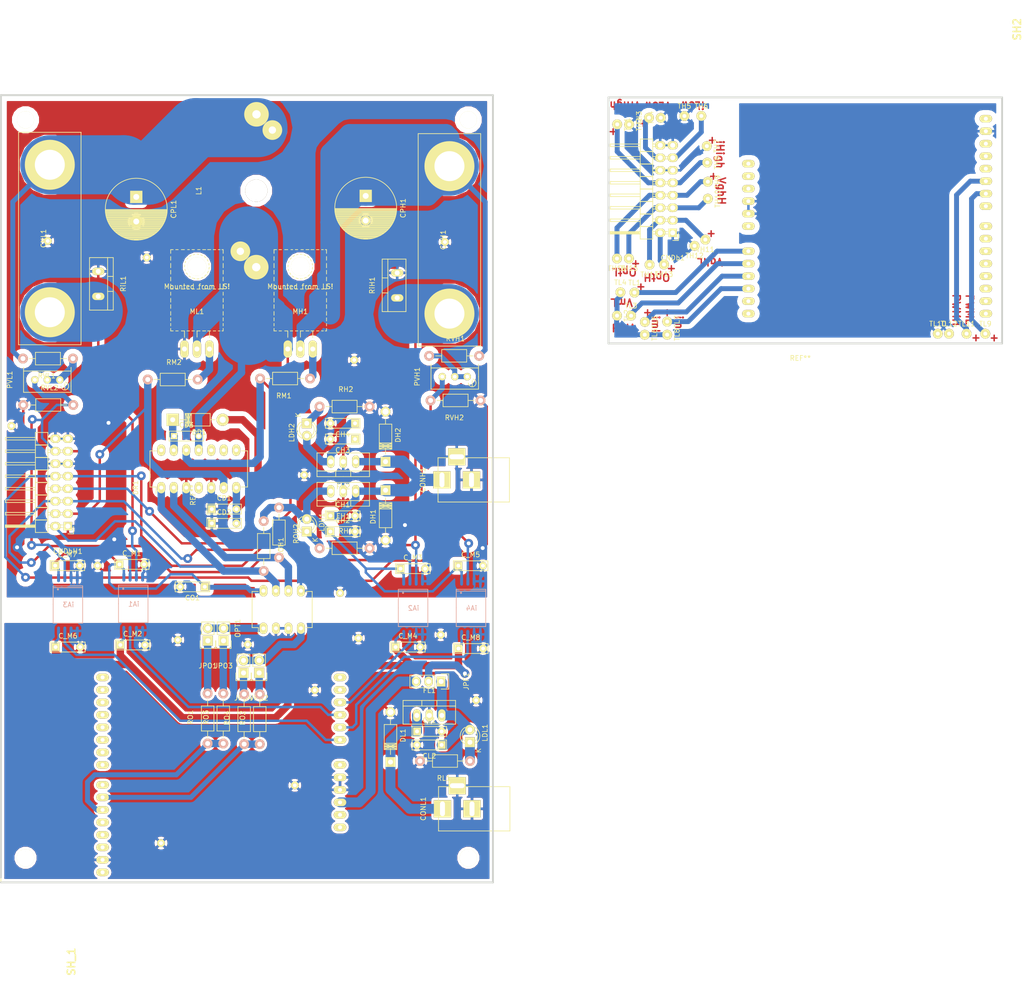
<source format=kicad_pcb>
(kicad_pcb (version 4) (host pcbnew 4.0.2-stable)
  (layers (0 F.Cu signal) (31 B.Cu signal) (34 B.Paste user) (35 F.Paste user) (36 B.SilkS user) (37 F.SilkS user) (38 B.Mask user) (39 F.Mask user) (44 Edge.Cuts user))
  (net 0 "")
  (net 1 GND)
  (net 2 "/Driver Block/+15VHigh")
  (net 3 "Net-(CD3-Pad1)")
  (net 4 "/Driver Block/VsH")
  (net 5 "Net-(CH1-Pad1)")
  (net 6 "/Driver Block/+5VHigh")
  (net 7 "Net-(CL1-Pad1)")
  (net 8 "Net-(CL2-Pad1)")
  (net 9 "/Driver Block/Hin")
  (net 10 "/Driver Block/VgL")
  (net 11 /debug_block/GNDVHigh)
  (net 12 "/Driver Block/Lin")
  (net 13 "/Driver Block/VgH")
  (net 14 "/Feeder Block/Vhigh")
  (net 15 "/Measurement Block/VH+")
  (net 16 "/Measurement Block/ViL-")
  (net 17 "/Measurement Block/VL+")
  (net 18 "/Feeder Block/+5VLow")
  (net 19 "Net-(DR1-Pad4)")
  (net 20 "Net-(DR1-Pad8)")
  (net 21 "Net-(DR1-Pad9)")
  (net 22 "Net-(DR1-Pad10)")
  (net 23 "Net-(DR1-Pad14)")
  (net 24 "/Measurement Block/VmiL+")
  (net 25 "/Measurement Block/VmiH+")
  (net 26 "/Measurement Block/VmVL+")
  (net 27 "/Measurement Block/VmVH+")
  (net 28 "/Feeder Block/+5VAd")
  (net 29 "Net-(JPO1-Pad1)")
  (net 30 "Net-(JPO1-Pad2)")
  (net 31 "Net-(JPO2-Pad1)")
  (net 32 "Net-(JPO2-Pad2)")
  (net 33 "Net-(JPO3-Pad1)")
  (net 34 "Net-(JPO4-Pad1)")
  (net 35 "Net-(LDH1-Pad1)")
  (net 36 "Net-(LDH2-Pad1)")
  (net 37 "Net-(LDL1-Pad1)")
  (net 38 "Net-(PVH1-Pad1)")
  (net 39 "Net-(PVL1-Pad1)")
  (net 40 "/Driver Block/PWMH1")
  (net 41 "/Driver Block/PWML1")
  (net 42 "Net-(SH2-PadAD5)")
  (net 43 "Net-(SH2-PadAD4)")
  (net 44 "Net-(SH2-PadV_IN)")
  (net 45 "Net-(SH2-Pad3V3)")
  (net 46 "Net-(SH2-PadRST)")
  (net 47 "Net-(SH2-Pad0)")
  (net 48 "Net-(SH2-Pad1)")
  (net 49 "Net-(SH2-Pad2)")
  (net 50 "Net-(SH2-Pad3)")
  (net 51 "Net-(SH2-Pad4)")
  (net 52 "Net-(SH2-Pad5)")
  (net 53 "Net-(SH2-Pad6)")
  (net 54 "Net-(SH2-Pad7)")
  (net 55 "Net-(SH2-Pad8)")
  (net 56 "Net-(SH2-Pad11)")
  (net 57 "Net-(SH2-Pad12)")
  (net 58 "Net-(SH2-Pad13)")
  (net 59 "Net-(SH2-PadAREF)")
  (net 60 "Net-(SH2-Pad5V)")
  (net 61 "Net-(SH_1-PadAD5)")
  (net 62 "Net-(SH_1-PadAD4)")
  (net 63 "Net-(SH_1-PadV_IN)")
  (net 64 "Net-(SH_1-Pad3V3)")
  (net 65 "Net-(SH_1-PadRST)")
  (net 66 "Net-(SH_1-Pad0)")
  (net 67 "Net-(SH_1-Pad1)")
  (net 68 "Net-(SH_1-Pad2)")
  (net 69 "Net-(SH_1-Pad3)")
  (net 70 "Net-(SH_1-Pad4)")
  (net 71 "Net-(SH_1-Pad5)")
  (net 72 "Net-(SH_1-Pad6)")
  (net 73 "Net-(SH_1-Pad7)")
  (net 74 "Net-(SH_1-Pad8)")
  (net 75 "Net-(SH_1-Pad11)")
  (net 76 "Net-(SH_1-Pad12)")
  (net 77 "Net-(SH_1-Pad13)")
  (net 78 "Net-(SH_1-PadAREF)")
  (net 79 "/Measurement Block/ViH-")
  (net 80 "/Feeder Block/Vlow")
  (net 81 "Net-(MH1-Pad1)")
  (net 82 "Net-(ML1-Pad1)")
  (module 7805:VIA-1,0mm (layer F.Cu) (at 86.89 117.59)
    (fp_text reference REF** hide)
    (fp_text value VIA-1,0mm hide)
    (pad 1 thru_hole circle (at 0 0) (size 1.6 1.6) (drill 0.8) (layers *.Cu *.Mask F.SilkS) (net 1 GND))
  )
  (module 7805:VIA-1,0mm (layer F.Cu) (at 68.13 128.05)
    (fp_text reference REF** hide)
    (fp_text value VIA-1,0mm hide)
    (pad 1 thru_hole circle (at 0 0) (size 1.6 1.6) (drill 0.8) (layers *.Cu *.Mask F.SilkS) (net 1 GND))
  )
  (module 7805:VIA-1,0mm (layer F.Cu) (at 37.6032 112.0372)
    (fp_text reference REF** hide)
    (fp_text value VIA-1,0mm hide)
    (pad 1 thru_hole circle (at 0 0) (size 1.6 1.6) (drill 0.8) (layers *.Cu *.Mask F.SilkS) (net 1 GND))
  )
  (module 7805:VIA-1,0mm (layer F.Cu) (at 107.34 126.09)
    (fp_text reference REF** hide)
    (fp_text value VIA-1,0mm hide)
    (pad 1 thru_hole circle (at 0 0) (size 1.6 1.6) (drill 0.8) (layers *.Cu *.Mask F.SilkS) (net 1 GND))
  )
  (module 7805:VIA-1,0mm (layer F.Cu) (at 114.54 139.39)
    (fp_text reference REF** hide)
    (fp_text value VIA-1,0mm hide)
    (pad 1 thru_hole circle (at 0 0) (size 1.6 1.6) (drill 0.8) (layers *.Cu *.Mask F.SilkS) (net 1 GND))
  )
  (module 7805:VIA-1,0mm (layer F.Cu) (at 50.49 168.42)
    (fp_text reference REF** hide)
    (fp_text value VIA-1,0mm hide)
    (pad 1 thru_hole circle (at 0 0) (size 1.6 1.6) (drill 0.8) (layers *.Cu *.Mask F.SilkS) (net 1 GND))
  )
  (module 7805:VIA-1,0mm (layer F.Cu) (at 77.69 156.68)
    (fp_text reference REF** hide)
    (fp_text value VIA-1,0mm hide)
    (pad 1 thru_hole circle (at 0 0) (size 1.6 1.6) (drill 0.8) (layers *.Cu *.Mask F.SilkS) (net 1 GND))
  )
  (module 7805:VIA-1,0mm (layer F.Cu) (at 81.75 137.33)
    (fp_text reference REF** hide)
    (fp_text value VIA-1,0mm hide)
    (pad 1 thru_hole circle (at 0 0) (size 1.6 1.6) (drill 0.8) (layers *.Cu *.Mask F.SilkS) (net 1 GND))
  )
  (module 7805:VIA-1,0mm (layer F.Cu) (at 53.92 127.13)
    (fp_text reference REF** hide)
    (fp_text value VIA-1,0mm hide)
    (pad 1 thru_hole circle (at 0 0) (size 1.6 1.6) (drill 0.8) (layers *.Cu *.Mask F.SilkS) (net 1 GND))
  )
  (module 7805:VIA-1,0mm (layer F.Cu) (at 90.63 126.76)
    (fp_text reference REF** hide)
    (fp_text value VIA-1,0mm hide)
    (pad 1 thru_hole circle (at 0 0) (size 1.6 1.6) (drill 0.8) (layers *.Cu *.Mask F.SilkS) (net 1 GND))
  )
  (module 7805:VIA-1,0mm (layer F.Cu) (at 108.2044 46.2504)
    (fp_text reference REF** hide)
    (fp_text value VIA-1,0mm hide)
    (pad 1 thru_hole circle (at 0 0) (size 1.6 1.6) (drill 0.8) (layers *.Cu *.Mask F.SilkS) (net 1 GND))
  )
  (module 7805:VIA-1,0mm (layer F.Cu) (at 27.4832 46.0472)
    (fp_text reference REF** hide)
    (fp_text value VIA-1,0mm hide)
    (pad 1 thru_hole circle (at 0 0) (size 1.6 1.6) (drill 0.8) (layers *.Cu *.Mask F.SilkS) (net 1 GND))
  )
  (module EuroBoard_Outline:EuroBoard_viertel_Type-I_80mmX50mm (layer F.Cu) (at 221.447 16.863 180)
    (fp_text reference REF** (at 41.00068 -52.99964 180) (layer F.SilkS))
    (fp_text value EuroBoard_viertel_Type-I_80mmX50mm)
    (fp_line (start 0 0) (end 0 -49.9999) (layer Edge.Cuts) (width 0.381))
    (fp_line (start 0 -49.9999) (end 79.99984 -49.9999) (layer Edge.Cuts) (width 0.381))
    (fp_line (start 79.99984 -49.9999) (end 79.99984 0) (layer Edge.Cuts) (width 0.381))
    (fp_line (start 79.99984 0) (end 0 0) (layer Edge.Cuts) (width 0.381))
  )
  (module 7805:VIA-1,0mm (layer F.Cu) (at 79.604 93.596)
    (fp_text reference REF** hide)
    (fp_text value VIA-1,0mm hide)
    (pad 1 thru_hole circle (at 0 0) (size 1.6 1.6) (drill 0.8) (layers *.Cu *.Mask F.SilkS) (net 1 GND))
  )
  (module 7805:VIA-1,0mm (layer F.Cu) (at 89.764 70.228)
    (fp_text reference REF** hide)
    (fp_text value VIA-1,0mm hide)
    (pad 1 thru_hole circle (at 0 0) (size 1.6 1.6) (drill 0.8) (layers *.Cu *.Mask F.SilkS) (net 1 GND))
  )
  (module 7805:VIA-1,0mm (layer F.Cu) (at 20.106 83.632)
    (fp_text reference REF** hide)
    (fp_text value VIA-1,0mm hide)
    (pad 1 thru_hole circle (at 0 0) (size 1.6 1.6) (drill 0.8) (layers *.Cu *.Mask F.SilkS) (net 1 GND))
  )
  (module arduino_shields:ARDUINO_SHIELD_2 (layer F.Cu) (at 89.4207 198.24192 90)
    (fp_text reference SH_1 (at 5.715 -57.15 90) (layer F.SilkS) (effects (font (thickness 0.3048))))
    (fp_text value ARDUINO_SHIELD hide)
    (pad AD5 thru_hole oval (at 63.5 -2.54 180) (size 2.54 1.524) (drill 0.8128) (layers *.Cu *.Mask F.SilkS) (net 61 "Net-(SH_1-PadAD5)"))
    (pad AD4 thru_hole oval (at 60.96 -2.54 180) (size 2.54 1.524) (drill 0.8128) (layers *.Cu *.Mask F.SilkS) (net 62 "Net-(SH_1-PadAD4)"))
    (pad AD3 thru_hole oval (at 58.42 -2.54 180) (size 2.54 1.524) (drill 0.8128) (layers *.Cu *.Mask F.SilkS) (net 25 "/Measurement Block/VmiH+"))
    (pad AD0 thru_hole oval (at 50.8 -2.54 180) (size 2.54 1.524) (drill 0.8128) (layers *.Cu *.Mask F.SilkS) (net 26 "/Measurement Block/VmVL+"))
    (pad AD1 thru_hole oval (at 53.34 -2.54 180) (size 2.54 1.524) (drill 0.8128) (layers *.Cu *.Mask F.SilkS) (net 27 "/Measurement Block/VmVH+"))
    (pad AD2 thru_hole oval (at 55.88 -2.54 180) (size 2.54 1.524) (drill 0.8128) (layers *.Cu *.Mask F.SilkS) (net 24 "/Measurement Block/VmiL+"))
    (pad V_IN thru_hole oval (at 45.72 -2.54 180) (size 2.54 1.524) (drill 0.8128) (layers *.Cu *.Mask F.SilkS) (net 63 "Net-(SH_1-PadV_IN)"))
    (pad GND2 thru_hole oval (at 43.18 -2.54 180) (size 2.54 1.524) (drill 0.8128) (layers *.Cu *.Mask F.SilkS) (net 1 GND))
    (pad GND1 thru_hole oval (at 40.64 -2.54 180) (size 2.54 1.524) (drill 0.8128) (layers *.Cu *.Mask F.SilkS) (net 1 GND))
    (pad 3V3 thru_hole oval (at 35.56 -2.54 180) (size 2.54 1.524) (drill 0.8128) (layers *.Cu *.Mask F.SilkS) (net 64 "Net-(SH_1-Pad3V3)"))
    (pad RST thru_hole oval (at 33.02 -2.54 180) (size 2.54 1.524) (drill 0.8128) (layers *.Cu *.Mask F.SilkS) (net 65 "Net-(SH_1-PadRST)"))
    (pad 0 thru_hole oval (at 63.5 -50.8 180) (size 2.54 1.524) (drill 0.8128) (layers *.Cu *.Mask F.SilkS) (net 66 "Net-(SH_1-Pad0)"))
    (pad 1 thru_hole oval (at 60.96 -50.8 180) (size 2.54 1.524) (drill 0.8128) (layers *.Cu *.Mask F.SilkS) (net 67 "Net-(SH_1-Pad1)"))
    (pad 2 thru_hole oval (at 58.42 -50.8 180) (size 2.54 1.524) (drill 0.8128) (layers *.Cu *.Mask F.SilkS) (net 68 "Net-(SH_1-Pad2)"))
    (pad 3 thru_hole oval (at 55.88 -50.8 180) (size 2.54 1.524) (drill 0.8128) (layers *.Cu *.Mask F.SilkS) (net 69 "Net-(SH_1-Pad3)"))
    (pad 4 thru_hole oval (at 53.34 -50.8 180) (size 2.54 1.524) (drill 0.8128) (layers *.Cu *.Mask F.SilkS) (net 70 "Net-(SH_1-Pad4)"))
    (pad 5 thru_hole oval (at 50.8 -50.8 180) (size 2.54 1.524) (drill 0.8128) (layers *.Cu *.Mask F.SilkS) (net 71 "Net-(SH_1-Pad5)"))
    (pad 6 thru_hole oval (at 48.26 -50.8 180) (size 2.54 1.524) (drill 0.8128) (layers *.Cu *.Mask F.SilkS) (net 72 "Net-(SH_1-Pad6)"))
    (pad 7 thru_hole oval (at 45.72 -50.8 180) (size 2.54 1.524) (drill 0.8128) (layers *.Cu *.Mask F.SilkS) (net 73 "Net-(SH_1-Pad7)"))
    (pad 8 thru_hole oval (at 41.656 -50.8 180) (size 2.54 1.524) (drill 0.8128) (layers *.Cu *.Mask F.SilkS) (net 74 "Net-(SH_1-Pad8)"))
    (pad 9 thru_hole oval (at 39.116 -50.8 180) (size 2.54 1.524) (drill 0.8128) (layers *.Cu *.Mask F.SilkS) (net 41 "/Driver Block/PWML1"))
    (pad 10 thru_hole oval (at 36.576 -50.8 180) (size 2.54 1.524) (drill 0.8128) (layers *.Cu *.Mask F.SilkS) (net 40 "/Driver Block/PWMH1"))
    (pad 11 thru_hole oval (at 34.036 -50.8 180) (size 2.54 1.524) (drill 0.8128) (layers *.Cu *.Mask F.SilkS) (net 75 "Net-(SH_1-Pad11)"))
    (pad 12 thru_hole oval (at 31.496 -50.8 180) (size 2.54 1.524) (drill 0.8128) (layers *.Cu *.Mask F.SilkS) (net 76 "Net-(SH_1-Pad12)"))
    (pad 13 thru_hole oval (at 28.956 -50.8 180) (size 2.54 1.524) (drill 0.8128) (layers *.Cu *.Mask F.SilkS) (net 77 "Net-(SH_1-Pad13)"))
    (pad GND3 thru_hole oval (at 26.416 -50.8 180) (size 2.54 1.524) (drill 0.8128) (layers *.Cu *.Mask F.SilkS) (net 1 GND))
    (pad AREF thru_hole oval (at 23.876 -50.8 180) (size 2.54 1.524) (drill 0.8128) (layers *.Cu *.Mask F.SilkS) (net 78 "Net-(SH_1-PadAREF)"))
    (pad 5V thru_hole oval (at 38.1 -2.54 180) (size 2.54 1.524) (drill 0.8128) (layers *.Cu *.Mask F.SilkS) (net 28 "/Feeder Block/+5VAd"))
  )
  (module Diodes_ThroughHole:Diode_DO-41_SOD81_Horizontal_RM10 (layer F.Cu) (at 52.8682 82.3785)
    (fp_text reference DD1 (at 5.38734 2.53746) (layer F.SilkS))
    (fp_text value DIODE)
    (pad 2 thru_hole circle (at 10.16 -0.00254 180) (size 2.5 2.5) (drill 1.27) (layers *.Cu *.Mask F.SilkS) (net 2 "/Driver Block/+15VHigh"))
    (pad 1 thru_hole rect (at 0 -0.00254 180) (size 2.5 2.5) (drill 1.00076) (layers *.Cu *.Mask F.SilkS) (net 3 "Net-(CD3-Pad1)"))
  )
  (module Resistors_ThroughHole:Resistor_Horizontal_RM10mm (layer F.Cu) (at 71.374 102.9716 270)
    (fp_text reference ROH1 (at 5.32892 -3.50012 270) (layer F.SilkS))
    (fp_text value R)
    (pad 1 thru_hole circle (at 0 0 270) (size 1.99898 1.99898) (drill 1.00076) (layers *.Cu *.SilkS *.Mask) (net 6 "/Driver Block/+5VHigh"))
    (pad 2 thru_hole circle (at 10.16 0 270) (size 1.99898 1.99898) (drill 1.00076) (layers *.Cu *.SilkS *.Mask) (net 9 "/Driver Block/Hin"))
  )
  (module Resistors_ThroughHole:Resistor_Horizontal_RM10mm (layer F.Cu) (at 74.4728 100.2284 270)
    (fp_text reference ROH2 (at 5.32892 -3.50012 270) (layer F.SilkS))
    (fp_text value R)
    (pad 1 thru_hole circle (at 0 0 270) (size 1.99898 1.99898) (drill 1.00076) (layers *.Cu *.SilkS *.Mask) (net 6 "/Driver Block/+5VHigh"))
    (pad 2 thru_hole circle (at 10.16 0 270) (size 1.99898 1.99898) (drill 1.00076) (layers *.Cu *.SilkS *.Mask) (net 12 "/Driver Block/Lin"))
  )
  (module 7805:7805 (layer F.Cu) (at 87.5304 90.8984 180)
    (fp_text reference FH2 (at 0 -5.08 180) (layer F.SilkS))
    (fp_text value 7815)
    (pad GND thru_hole oval (at 0 0 270) (size 2.49936 1.50114) (drill 1.00076) (layers *.Cu *.Mask F.SilkS) (net 1 GND))
    (pad VI thru_hole oval (at -2.54 0 270) (size 2.49936 1.50114) (drill 1.00076) (layers *.Cu *.Mask F.SilkS) (net 5 "Net-(CH1-Pad1)"))
    (pad VO thru_hole oval (at 2.54 0 270) (size 2.49936 1.50114) (drill 1.00076) (layers *.Cu *.Mask F.SilkS) (net 2 "/Driver Block/+15VHigh"))
  )
  (module Capacitors_ThroughHole:C_Rect_L7_W2_P5 (layer F.Cu) (at 53.1476 85.7059)
    (fp_text reference CD3 (at 2.5 -2.25) (layer F.SilkS))
    (fp_text value 500n)
    (pad 1 thru_hole rect (at 0 0) (size 1.3 1.3) (drill 0.8) (layers *.Cu *.Mask F.SilkS) (net 3 "Net-(CD3-Pad1)"))
    (pad 2 thru_hole circle (at 5 0) (size 1.3 1.3) (drill 0.8) (layers *.Cu *.Mask F.SilkS) (net 4 "/Driver Block/VsH"))
  )
  (module Connect:Banana_Jack_2Pin (layer F.Cu) (at 109.1184 45.8216 270)
    (fp_text reference CNH1 (at 0 1.27 270) (layer F.SilkS))
    (fp_text value HIGH)
    (pad 1 thru_hole circle (at -14.986 0 270) (size 10.16 10.16) (drill 6.096) (layers *.Cu *.Mask F.SilkS) (net 14 "/Feeder Block/Vhigh"))
    (pad 2 thru_hole circle (at 14.986 0 270) (size 10.16 10.16) (drill 6.096) (layers *.Cu *.Mask F.SilkS) (net 79 "/Measurement Block/ViH-"))
  )
  (module Connect:Banana_Jack_2Pin (layer F.Cu) (at 27.89428 45.5422 270)
    (fp_text reference CNL1 (at 0 1.27 270) (layer F.SilkS))
    (fp_text value LOW)
    (pad 1 thru_hole circle (at -14.986 0 270) (size 10.16 10.16) (drill 6.096) (layers *.Cu *.Mask F.SilkS) (net 80 "/Feeder Block/Vlow"))
    (pad 2 thru_hole circle (at 14.986 0 270) (size 10.16 10.16) (drill 6.096) (layers *.Cu *.Mask F.SilkS) (net 16 "/Measurement Block/ViL-"))
  )
  (module Connect:BARREL_JACK (layer F.Cu) (at 113.8 94.6 180)
    (fp_text reference CONH1 (at 10.09904 0 270) (layer F.SilkS))
    (fp_text value BARREL_JACK)
    (pad 1 thru_hole rect (at 6.20014 0 180) (size 3.50012 3.50012) (drill oval 1.00076 2.99974) (layers *.Cu *.Mask F.SilkS) (net 5 "Net-(CH1-Pad1)"))
    (pad 2 thru_hole rect (at 0.20066 0 180) (size 3.50012 3.50012) (drill oval 1.00076 2.99974) (layers *.Cu *.Mask F.SilkS) (net 1 GND))
    (pad 3 thru_hole rect (at 3.2004 4.699 180) (size 3.50012 3.50012) (drill oval 2.99974 1.00076) (layers *.Cu *.Mask F.SilkS) (net 1 GND))
  )
  (module Connect:BARREL_JACK (layer F.Cu) (at 113.90376 161.45256 180)
    (fp_text reference CONL1 (at 10.09904 0 270) (layer F.SilkS))
    (fp_text value BARREL_JACK)
    (pad 1 thru_hole rect (at 6.20014 0 180) (size 3.50012 3.50012) (drill oval 1.00076 2.99974) (layers *.Cu *.Mask F.SilkS) (net 7 "Net-(CL1-Pad1)"))
    (pad 2 thru_hole rect (at 0.20066 0 180) (size 3.50012 3.50012) (drill oval 1.00076 2.99974) (layers *.Cu *.Mask F.SilkS) (net 1 GND))
    (pad 3 thru_hole rect (at 3.2004 4.699 180) (size 3.50012 3.50012) (drill oval 2.99974 1.00076) (layers *.Cu *.Mask F.SilkS) (net 1 GND))
  )
  (module Diodes_ThroughHole:Diode_DO-41_SOD81_Horizontal_RM10 (layer F.Cu) (at 96.1304 96.6984 270)
    (fp_text reference DH1 (at 5.38734 2.53746 270) (layer F.SilkS))
    (fp_text value D_Small)
    (pad 2 thru_hole circle (at 10.16 -0.00254 90) (size 1.99898 1.99898) (drill 1.27) (layers *.Cu *.Mask F.SilkS) (net 1 GND))
    (pad 1 thru_hole rect (at 0 -0.00254 90) (size 1.99898 1.99898) (drill 1.00076) (layers *.Cu *.Mask F.SilkS) (net 5 "Net-(CH1-Pad1)"))
  )
  (module Diodes_ThroughHole:Diode_DO-41_SOD81_Horizontal_RM10 (layer F.Cu) (at 96.1304 90.8984 90)
    (fp_text reference DH2 (at 5.38734 2.53746 90) (layer F.SilkS))
    (fp_text value D_Small)
    (pad 2 thru_hole circle (at 10.16 -0.00254 270) (size 1.99898 1.99898) (drill 1.27) (layers *.Cu *.Mask F.SilkS) (net 1 GND))
    (pad 1 thru_hole rect (at 0 -0.00254 270) (size 1.99898 1.99898) (drill 1.00076) (layers *.Cu *.Mask F.SilkS) (net 5 "Net-(CH1-Pad1)"))
  )
  (module Diodes_ThroughHole:Diode_DO-41_SOD81_Horizontal_RM10 (layer F.Cu) (at 97.13976 151.9428 90)
    (fp_text reference DL1 (at 5.38734 2.53746 90) (layer F.SilkS))
    (fp_text value D_Small)
    (pad 2 thru_hole circle (at 10.16 -0.00254 270) (size 1.99898 1.99898) (drill 1.27) (layers *.Cu *.Mask F.SilkS) (net 1 GND))
    (pad 1 thru_hole rect (at 0 -0.00254 270) (size 1.99898 1.99898) (drill 1.00076) (layers *.Cu *.Mask F.SilkS) (net 7 "Net-(CL1-Pad1)"))
  )
  (module Housings_DIP:DIP-14_W7.62mm_LongPads (layer F.Cu) (at 50.5441 96.1834 90)
    (fp_text reference DR1 (at 0 -5.22 90) (layer F.SilkS))
    (fp_text value IRS2186)
    (pad 1 thru_hole oval (at 0 0 90) (size 2.3 1.6) (drill 0.8) (layers *.Cu *.Mask F.SilkS) (net 9 "/Driver Block/Hin"))
    (pad 2 thru_hole oval (at 0 2.54 90) (size 2.3 1.6) (drill 0.8) (layers *.Cu *.Mask F.SilkS) (net 12 "/Driver Block/Lin"))
    (pad 3 thru_hole oval (at 0 5.08 90) (size 2.3 1.6) (drill 0.8) (layers *.Cu *.Mask F.SilkS) (net 1 GND))
    (pad 4 thru_hole oval (at 0 7.62 90) (size 2.3 1.6) (drill 0.8) (layers *.Cu *.Mask F.SilkS) (net 19 "Net-(DR1-Pad4)"))
    (pad 5 thru_hole oval (at 0 10.16 90) (size 2.3 1.6) (drill 0.8) (layers *.Cu *.Mask F.SilkS) (net 1 GND))
    (pad 6 thru_hole oval (at 0 12.7 90) (size 2.3 1.6) (drill 0.8) (layers *.Cu *.Mask F.SilkS) (net 10 "/Driver Block/VgL"))
    (pad 7 thru_hole oval (at 0 15.24 90) (size 2.3 1.6) (drill 0.8) (layers *.Cu *.Mask F.SilkS) (net 2 "/Driver Block/+15VHigh"))
    (pad 8 thru_hole oval (at 7.62 15.24 90) (size 2.3 1.6) (drill 0.8) (layers *.Cu *.Mask F.SilkS) (net 20 "Net-(DR1-Pad8)"))
    (pad 9 thru_hole oval (at 7.62 12.7 90) (size 2.3 1.6) (drill 0.8) (layers *.Cu *.Mask F.SilkS) (net 21 "Net-(DR1-Pad9)"))
    (pad 10 thru_hole oval (at 7.62 10.16 90) (size 2.3 1.6) (drill 0.8) (layers *.Cu *.Mask F.SilkS) (net 22 "Net-(DR1-Pad10)"))
    (pad 11 thru_hole oval (at 7.62 7.62 90) (size 2.3 1.6) (drill 0.8) (layers *.Cu *.Mask F.SilkS) (net 4 "/Driver Block/VsH"))
    (pad 12 thru_hole oval (at 7.62 5.08 90) (size 2.3 1.6) (drill 0.8) (layers *.Cu *.Mask F.SilkS) (net 13 "/Driver Block/VgH"))
    (pad 13 thru_hole oval (at 7.62 2.54 90) (size 2.3 1.6) (drill 0.8) (layers *.Cu *.Mask F.SilkS) (net 3 "Net-(CD3-Pad1)"))
    (pad 14 thru_hole oval (at 7.62 0 90) (size 2.3 1.6) (drill 0.8) (layers *.Cu *.Mask F.SilkS) (net 23 "Net-(DR1-Pad14)"))
  )
  (module 7805:7805 (layer F.Cu) (at 87.5304 96.8984 180)
    (fp_text reference FH1 (at 0 -5.08 180) (layer F.SilkS))
    (fp_text value 7805)
    (pad GND thru_hole oval (at 0 0 270) (size 2.49936 1.50114) (drill 1.00076) (layers *.Cu *.Mask F.SilkS) (net 1 GND))
    (pad VI thru_hole oval (at -2.54 0 270) (size 2.49936 1.50114) (drill 1.00076) (layers *.Cu *.Mask F.SilkS) (net 5 "Net-(CH1-Pad1)"))
    (pad VO thru_hole oval (at 2.54 0 270) (size 2.49936 1.50114) (drill 1.00076) (layers *.Cu *.Mask F.SilkS) (net 6 "/Driver Block/+5VHigh"))
  )
  (module 7805:7805 (layer F.Cu) (at 105.02916 142.4736)
    (fp_text reference FL1 (at 0 -5.08) (layer F.SilkS))
    (fp_text value 7805)
    (pad GND thru_hole oval (at 0 0 90) (size 2.49936 1.50114) (drill 1.00076) (layers *.Cu *.Mask F.SilkS) (net 1 GND))
    (pad VI thru_hole oval (at -2.54 0 90) (size 2.49936 1.50114) (drill 1.00076) (layers *.Cu *.Mask F.SilkS) (net 7 "Net-(CL1-Pad1)"))
    (pad VO thru_hole oval (at 2.54 0 90) (size 2.49936 1.50114) (drill 1.00076) (layers *.Cu *.Mask F.SilkS) (net 8 "Net-(CL2-Pad1)"))
  )
  (module Pin_Headers:Pin_Header_Straight_1x03 (layer F.Cu) (at 107.42916 135.5736 270)
    (fp_text reference JPF1 (at 0 -5.1 270) (layer F.SilkS))
    (fp_text value JUMPER3)
    (pad 1 thru_hole rect (at 0 0 270) (size 2.032 1.7272) (drill 1.016) (layers *.Cu *.Mask F.SilkS) (net 8 "Net-(CL2-Pad1)"))
    (pad 2 thru_hole oval (at 0 2.54 270) (size 2.032 1.7272) (drill 1.016) (layers *.Cu *.Mask F.SilkS) (net 18 "/Feeder Block/+5VLow"))
    (pad 3 thru_hole oval (at 0 5.08 270) (size 2.032 1.7272) (drill 1.016) (layers *.Cu *.Mask F.SilkS) (net 28 "/Feeder Block/+5VAd"))
  )
  (module Pin_Headers:Pin_Header_Straight_1x02 (layer F.Cu) (at 60.0202 127.2921 180)
    (fp_text reference JPO1 (at 0 -5.1 180) (layer F.SilkS))
    (fp_text value JUMPER)
    (pad 1 thru_hole rect (at 0 0 180) (size 2.032 2.032) (drill 1.016) (layers *.Cu *.Mask F.SilkS) (net 29 "Net-(JPO1-Pad1)"))
    (pad 2 thru_hole oval (at 0 2.54 180) (size 2.032 2.032) (drill 1.016) (layers *.Cu *.Mask F.SilkS) (net 30 "Net-(JPO1-Pad2)"))
  )
  (module Pin_Headers:Pin_Header_Straight_1x02 (layer F.Cu) (at 70.43928 133.83006 180)
    (fp_text reference JPO2 (at 0 -5.1 180) (layer F.SilkS))
    (fp_text value JUMPER)
    (pad 1 thru_hole rect (at 0 0 180) (size 2.032 2.032) (drill 1.016) (layers *.Cu *.Mask F.SilkS) (net 31 "Net-(JPO2-Pad1)"))
    (pad 2 thru_hole oval (at 0 2.54 180) (size 2.032 2.032) (drill 1.016) (layers *.Cu *.Mask F.SilkS) (net 32 "Net-(JPO2-Pad2)"))
  )
  (module Pin_Headers:Pin_Header_Straight_1x02 (layer F.Cu) (at 63.1952 127.2921 180)
    (fp_text reference JPO3 (at 0 -5.1 180) (layer F.SilkS))
    (fp_text value JUMPER)
    (pad 1 thru_hole rect (at 0 0 180) (size 2.032 2.032) (drill 1.016) (layers *.Cu *.Mask F.SilkS) (net 33 "Net-(JPO3-Pad1)"))
    (pad 2 thru_hole oval (at 0 2.54 180) (size 2.032 2.032) (drill 1.016) (layers *.Cu *.Mask F.SilkS) (net 30 "Net-(JPO1-Pad2)"))
  )
  (module Pin_Headers:Pin_Header_Straight_1x02 (layer F.Cu) (at 67.26428 133.83006 180)
    (fp_text reference JPO4 (at 0 -5.1 180) (layer F.SilkS))
    (fp_text value JUMPER)
    (pad 1 thru_hole rect (at 0 0 180) (size 2.032 2.032) (drill 1.016) (layers *.Cu *.Mask F.SilkS) (net 34 "Net-(JPO4-Pad1)"))
    (pad 2 thru_hole oval (at 0 2.54 180) (size 2.032 2.032) (drill 1.016) (layers *.Cu *.Mask F.SilkS) (net 32 "Net-(JPO2-Pad2)"))
  )
  (module LEDs:LED-3MM (layer F.Cu) (at 80.1304 105.0984 90)
    (fp_text reference LDH1 (at 1.91 3.06 90) (layer F.SilkS))
    (fp_text value LED)
    (fp_text user K (at -1.69 1.74 90) (layer F.SilkS))
    (pad 1 thru_hole rect (at 0 0 180) (size 2 2) (drill 1.00076) (layers *.Cu *.Mask F.SilkS) (net 35 "Net-(LDH1-Pad1)"))
    (pad 2 thru_hole circle (at 2.54 0 90) (size 2 2) (drill 1.00076) (layers *.Cu *.Mask F.SilkS) (net 6 "/Driver Block/+5VHigh"))
  )
  (module LEDs:LED-3MM (layer F.Cu) (at 80.1304 83.0984 270)
    (fp_text reference LDH2 (at 1.91 3.06 270) (layer F.SilkS))
    (fp_text value LED)
    (fp_text user K (at -1.69 1.74 270) (layer F.SilkS))
    (pad 1 thru_hole rect (at 0 0) (size 2 2) (drill 1.00076) (layers *.Cu *.Mask F.SilkS) (net 36 "Net-(LDH2-Pad1)"))
    (pad 2 thru_hole circle (at 2.54 0 270) (size 2 2) (drill 1.00076) (layers *.Cu *.Mask F.SilkS) (net 2 "/Driver Block/+15VHigh"))
  )
  (module LEDs:LED-3MM (layer F.Cu) (at 113.27916 147.9236 90)
    (fp_text reference LDL1 (at 1.91 3.06 90) (layer F.SilkS))
    (fp_text value LED)
    (fp_text user K (at -1.69 1.74 90) (layer F.SilkS))
    (pad 1 thru_hole rect (at 0 0 180) (size 2 2) (drill 1.00076) (layers *.Cu *.Mask F.SilkS) (net 37 "Net-(LDL1-Pad1)"))
    (pad 2 thru_hole circle (at 2.54 0 90) (size 2 2) (drill 1.00076) (layers *.Cu *.Mask F.SilkS) (net 8 "Net-(CL2-Pad1)"))
  )
  (module Housings_DIP:DIP-8_W7.62mm_LongPads (layer F.Cu) (at 71.3105 124.7648 90)
    (fp_text reference OPT1 (at 0 -5.22 90) (layer F.SilkS))
    (fp_text value TLP2631)
    (pad 1 thru_hole oval (at 0 0 90) (size 2.3 1.6) (drill 0.8) (layers *.Cu *.Mask F.SilkS) (net 30 "Net-(JPO1-Pad2)"))
    (pad 2 thru_hole oval (at 0 2.54 90) (size 2.3 1.6) (drill 0.8) (layers *.Cu *.Mask F.SilkS) (net 1 GND))
    (pad 3 thru_hole oval (at 0 5.08 90) (size 2.3 1.6) (drill 0.8) (layers *.Cu *.Mask F.SilkS) (net 1 GND))
    (pad 4 thru_hole oval (at 0 7.62 90) (size 2.3 1.6) (drill 0.8) (layers *.Cu *.Mask F.SilkS) (net 32 "Net-(JPO2-Pad2)"))
    (pad 5 thru_hole oval (at 7.62 7.62 90) (size 2.3 1.6) (drill 0.8) (layers *.Cu *.Mask F.SilkS) (net 1 GND))
    (pad 6 thru_hole oval (at 7.62 5.08 90) (size 2.3 1.6) (drill 0.8) (layers *.Cu *.Mask F.SilkS) (net 12 "/Driver Block/Lin"))
    (pad 7 thru_hole oval (at 7.62 2.54 90) (size 2.3 1.6) (drill 0.8) (layers *.Cu *.Mask F.SilkS) (net 9 "/Driver Block/Hin"))
    (pad 8 thru_hole oval (at 7.62 0 90) (size 2.3 1.6) (drill 0.8) (layers *.Cu *.Mask F.SilkS) (net 6 "/Driver Block/+5VHigh"))
  )
  (module Potentiometers:Potentiometer_Bourns_3296W_3-8Zoll_Inline_ScrewUp (layer F.Cu) (at 112.7379 73.6219 90)
    (fp_text reference PVH1 (at 0 -10.16 90) (layer F.SilkS))
    (fp_text value 1M)
    (pad 2 thru_hole circle (at 0 -2.54 90) (size 1.524 1.524) (drill 0.8128) (layers *.Cu *.Mask F.SilkS) (net 38 "Net-(PVH1-Pad1)"))
    (pad 3 thru_hole circle (at 0 -5.08 90) (size 1.524 1.524) (drill 0.8128) (layers *.Cu *.Mask F.SilkS) (net 15 "/Measurement Block/VH+"))
    (pad 1 thru_hole circle (at 0 0 90) (size 1.524 1.524) (drill 0.8128) (layers *.Cu *.Mask F.SilkS) (net 38 "Net-(PVH1-Pad1)"))
  )
  (module Potentiometers:Potentiometer_Bourns_3296W_3-8Zoll_Inline_ScrewUp (layer F.Cu) (at 29.92882 74.26198 90)
    (fp_text reference PVL1 (at 0 -10.16 90) (layer F.SilkS))
    (fp_text value 1M)
    (pad 2 thru_hole circle (at 0 -2.54 90) (size 1.524 1.524) (drill 0.8128) (layers *.Cu *.Mask F.SilkS) (net 39 "Net-(PVL1-Pad1)"))
    (pad 3 thru_hole circle (at 0 -5.08 90) (size 1.524 1.524) (drill 0.8128) (layers *.Cu *.Mask F.SilkS) (net 17 "/Measurement Block/VL+"))
    (pad 1 thru_hole circle (at 0 0 90) (size 1.524 1.524) (drill 0.8128) (layers *.Cu *.Mask F.SilkS) (net 39 "Net-(PVL1-Pad1)"))
  )
  (module Resistors_ThroughHole:Resistor_Horizontal_RM10mm (layer F.Cu) (at 82.7304 108.4984)
    (fp_text reference RH1 (at 5.32892 -3.50012) (layer F.SilkS))
    (fp_text value 10k)
    (pad 1 thru_hole circle (at 0 0) (size 1.99898 1.99898) (drill 1.00076) (layers *.Cu *.SilkS *.Mask) (net 35 "Net-(LDH1-Pad1)"))
    (pad 2 thru_hole circle (at 10.16 0) (size 1.99898 1.99898) (drill 1.00076) (layers *.Cu *.SilkS *.Mask) (net 1 GND))
  )
  (module Resistors_ThroughHole:Resistor_Horizontal_RM10mm (layer F.Cu) (at 82.7304 79.6984)
    (fp_text reference RH2 (at 5.32892 -3.50012) (layer F.SilkS))
    (fp_text value 10k)
    (pad 1 thru_hole circle (at 0 0) (size 1.99898 1.99898) (drill 1.00076) (layers *.Cu *.SilkS *.Mask) (net 36 "Net-(LDH2-Pad1)"))
    (pad 2 thru_hole circle (at 10.16 0) (size 1.99898 1.99898) (drill 1.00076) (layers *.Cu *.SilkS *.Mask) (net 1 GND))
  )
  (module Resistors_ThroughHole:Resistor_TO-220_Vertical (layer F.Cu) (at 98.5012 55.0672 90)
    (fp_text reference RiH1 (at 0 -5.08 90) (layer F.SilkS))
    (fp_text value 0.02)
    (pad 1 thru_hole oval (at -2.54 0 180) (size 2.49936 1.50114) (drill 1.00076) (layers *.Cu *.Mask F.SilkS) (net 79 "/Measurement Block/ViH-"))
    (pad 2 thru_hole oval (at 2.54 0 180) (size 2.49936 1.50114) (drill 1.00076) (layers *.Cu *.Mask F.SilkS) (net 1 GND))
  )
  (module Resistors_ThroughHole:Resistor_TO-220_Vertical (layer F.Cu) (at 37.7444 54.7624 270)
    (fp_text reference RiL1 (at 0 -5.08 270) (layer F.SilkS))
    (fp_text value 0.02)
    (pad 1 thru_hole oval (at -2.54 0) (size 2.49936 1.50114) (drill 1.00076) (layers *.Cu *.Mask F.SilkS) (net 1 GND))
    (pad 2 thru_hole oval (at 2.54 0) (size 2.49936 1.50114) (drill 1.00076) (layers *.Cu *.Mask F.SilkS) (net 16 "/Measurement Block/ViL-"))
  )
  (module Resistors_ThroughHole:Resistor_Horizontal_RM10mm (layer F.Cu) (at 113.29416 151.7396 180)
    (fp_text reference RL1 (at 5.32892 -3.50012 180) (layer F.SilkS))
    (fp_text value 10k)
    (pad 1 thru_hole circle (at 0 0 180) (size 1.99898 1.99898) (drill 1.00076) (layers *.Cu *.SilkS *.Mask) (net 37 "Net-(LDL1-Pad1)"))
    (pad 2 thru_hole circle (at 10.16 0 180) (size 1.99898 1.99898) (drill 1.00076) (layers *.Cu *.SilkS *.Mask) (net 1 GND))
  )
  (module Resistors_ThroughHole:Resistor_Horizontal_RM10mm (layer F.Cu) (at 80.8 74 180)
    (fp_text reference RM1 (at 5.32892 -3.50012 180) (layer F.SilkS))
    (fp_text value 2R2)
    (pad 1 thru_hole circle (at 0 0 180) (size 1.99898 1.99898) (drill 1.00076) (layers *.Cu *.SilkS *.Mask) (net 81 "Net-(MH1-Pad1)"))
    (pad 2 thru_hole circle (at 10.16 0 180) (size 1.99898 1.99898) (drill 1.00076) (layers *.Cu *.SilkS *.Mask) (net 13 "/Driver Block/VgH"))
  )
  (module Resistors_ThroughHole:Resistor_Horizontal_RM10mm (layer F.Cu) (at 47.8 74.2)
    (fp_text reference RM2 (at 5.32892 -3.50012) (layer F.SilkS))
    (fp_text value 2R2)
    (pad 1 thru_hole circle (at 0 0) (size 1.99898 1.99898) (drill 1.00076) (layers *.Cu *.SilkS *.Mask) (net 10 "/Driver Block/VgL"))
    (pad 2 thru_hole circle (at 10.16 0) (size 1.99898 1.99898) (drill 1.00076) (layers *.Cu *.SilkS *.Mask) (net 82 "Net-(ML1-Pad1)"))
  )
  (module Resistors_ThroughHole:Resistor_Horizontal_RM10mm (layer F.Cu) (at 59.97448 148.18106 90)
    (fp_text reference RO1 (at 5.32892 -3.50012 90) (layer F.SilkS))
    (fp_text value 470)
    (pad 1 thru_hole circle (at 0 0 90) (size 1.99898 1.99898) (drill 1.00076) (layers *.Cu *.SilkS *.Mask) (net 40 "/Driver Block/PWMH1"))
    (pad 2 thru_hole circle (at 10.16 0 90) (size 1.99898 1.99898) (drill 1.00076) (layers *.Cu *.SilkS *.Mask) (net 29 "Net-(JPO1-Pad1)"))
  )
  (module Resistors_ThroughHole:Resistor_Horizontal_RM10mm (layer F.Cu) (at 70.56628 148.30806 90)
    (fp_text reference RO2 (at 5.32892 -3.50012 90) (layer F.SilkS))
    (fp_text value 470)
    (pad 1 thru_hole circle (at 0 0 90) (size 1.99898 1.99898) (drill 1.00076) (layers *.Cu *.SilkS *.Mask) (net 41 "/Driver Block/PWML1"))
    (pad 2 thru_hole circle (at 10.16 0 90) (size 1.99898 1.99898) (drill 1.00076) (layers *.Cu *.SilkS *.Mask) (net 31 "Net-(JPO2-Pad1)"))
  )
  (module Resistors_ThroughHole:Resistor_Horizontal_RM10mm (layer F.Cu) (at 63.14948 148.18106 90)
    (fp_text reference RO3 (at 5.32892 -3.50012 90) (layer F.SilkS))
    (fp_text value 220)
    (pad 1 thru_hole circle (at 0 0 90) (size 1.99898 1.99898) (drill 1.00076) (layers *.Cu *.SilkS *.Mask) (net 40 "/Driver Block/PWMH1"))
    (pad 2 thru_hole circle (at 10.16 0 90) (size 1.99898 1.99898) (drill 1.00076) (layers *.Cu *.SilkS *.Mask) (net 33 "Net-(JPO3-Pad1)"))
  )
  (module Resistors_ThroughHole:Resistor_Horizontal_RM10mm (layer F.Cu) (at 67.39128 148.30806 90)
    (fp_text reference RO4 (at 5.32892 -3.50012 90) (layer F.SilkS))
    (fp_text value 220)
    (pad 1 thru_hole circle (at 0 0 90) (size 1.99898 1.99898) (drill 1.00076) (layers *.Cu *.SilkS *.Mask) (net 41 "/Driver Block/PWML1"))
    (pad 2 thru_hole circle (at 10.16 0 90) (size 1.99898 1.99898) (drill 1.00076) (layers *.Cu *.SilkS *.Mask) (net 34 "Net-(JPO4-Pad1)"))
  )
  (module Resistors_ThroughHole:Resistor_Horizontal_RM10mm (layer F.Cu) (at 105.0036 69.3928)
    (fp_text reference RVH1 (at 5.32892 -3.50012) (layer F.SilkS))
    (fp_text value 470k)
    (pad 1 thru_hole circle (at 0 0) (size 1.99898 1.99898) (drill 1.00076) (layers *.Cu *.SilkS *.Mask) (net 38 "Net-(PVH1-Pad1)"))
    (pad 2 thru_hole circle (at 10.16 0) (size 1.99898 1.99898) (drill 1.00076) (layers *.Cu *.SilkS *.Mask) (net 14 "/Feeder Block/Vhigh"))
  )
  (module Resistors_ThroughHole:Resistor_Horizontal_RM10mm (layer F.Cu) (at 115.44808 78.45552 180)
    (fp_text reference RVH2 (at 5.32892 -3.50012 180) (layer F.SilkS))
    (fp_text value 4k7)
    (pad 1 thru_hole circle (at 0 0 180) (size 1.99898 1.99898) (drill 1.00076) (layers *.Cu *.SilkS *.Mask) (net 1 GND))
    (pad 2 thru_hole circle (at 10.16 0 180) (size 1.99898 1.99898) (drill 1.00076) (layers *.Cu *.SilkS *.Mask) (net 15 "/Measurement Block/VH+"))
  )
  (module Resistors_ThroughHole:Resistor_Horizontal_RM10mm (layer F.Cu) (at 32.59582 69.94398 180)
    (fp_text reference RVL1 (at 5.32892 -3.50012 180) (layer F.SilkS))
    (fp_text value 470k)
    (pad 1 thru_hole circle (at 0 0 180) (size 1.99898 1.99898) (drill 1.00076) (layers *.Cu *.SilkS *.Mask) (net 39 "Net-(PVL1-Pad1)"))
    (pad 2 thru_hole circle (at 10.16 0 180) (size 1.99898 1.99898) (drill 1.00076) (layers *.Cu *.SilkS *.Mask) (net 80 "/Feeder Block/Vlow"))
  )
  (module Resistors_ThroughHole:Resistor_Horizontal_RM10mm (layer F.Cu) (at 22.4917 79.37754)
    (fp_text reference RVL2 (at 5.32892 -3.50012) (layer F.SilkS))
    (fp_text value 4k7)
    (pad 1 thru_hole circle (at 0 0) (size 1.99898 1.99898) (drill 1.00076) (layers *.Cu *.SilkS *.Mask) (net 1 GND))
    (pad 2 thru_hole circle (at 10.16 0) (size 1.99898 1.99898) (drill 1.00076) (layers *.Cu *.SilkS *.Mask) (net 17 "/Measurement Block/VL+"))
  )
  (module arduino_shields:ARDUINO_SHIELD_2 (layer F.Cu) (at 167.345 -2.686 270)
    (fp_text reference SH2 (at 5.715 -57.15 270) (layer F.SilkS) (effects (font (thickness 0.3048))))
    (fp_text value ARDUINO_SHIELD hide)
    (pad AD5 thru_hole oval (at 63.5 -2.54) (size 2.54 1.524) (drill 0.8128) (layers *.Cu *.Mask F.SilkS) (net 42 "Net-(SH2-PadAD5)"))
    (pad AD4 thru_hole oval (at 60.96 -2.54) (size 2.54 1.524) (drill 0.8128) (layers *.Cu *.Mask F.SilkS) (net 43 "Net-(SH2-PadAD4)"))
    (pad AD3 thru_hole oval (at 58.42 -2.54) (size 2.54 1.524) (drill 0.8128) (layers *.Cu *.Mask F.SilkS) (net 25 "/Measurement Block/VmiH+"))
    (pad AD0 thru_hole oval (at 50.8 -2.54) (size 2.54 1.524) (drill 0.8128) (layers *.Cu *.Mask F.SilkS) (net 26 "/Measurement Block/VmVL+"))
    (pad AD1 thru_hole oval (at 53.34 -2.54) (size 2.54 1.524) (drill 0.8128) (layers *.Cu *.Mask F.SilkS) (net 27 "/Measurement Block/VmVH+"))
    (pad AD2 thru_hole oval (at 55.88 -2.54) (size 2.54 1.524) (drill 0.8128) (layers *.Cu *.Mask F.SilkS) (net 24 "/Measurement Block/VmiL+"))
    (pad V_IN thru_hole oval (at 45.72 -2.54) (size 2.54 1.524) (drill 0.8128) (layers *.Cu *.Mask F.SilkS) (net 44 "Net-(SH2-PadV_IN)"))
    (pad GND2 thru_hole oval (at 43.18 -2.54) (size 2.54 1.524) (drill 0.8128) (layers *.Cu *.Mask F.SilkS) (net 1 GND))
    (pad GND1 thru_hole oval (at 40.64 -2.54) (size 2.54 1.524) (drill 0.8128) (layers *.Cu *.Mask F.SilkS) (net 1 GND))
    (pad 3V3 thru_hole oval (at 35.56 -2.54) (size 2.54 1.524) (drill 0.8128) (layers *.Cu *.Mask F.SilkS) (net 45 "Net-(SH2-Pad3V3)"))
    (pad RST thru_hole oval (at 33.02 -2.54) (size 2.54 1.524) (drill 0.8128) (layers *.Cu *.Mask F.SilkS) (net 46 "Net-(SH2-PadRST)"))
    (pad 0 thru_hole oval (at 63.5 -50.8) (size 2.54 1.524) (drill 0.8128) (layers *.Cu *.Mask F.SilkS) (net 47 "Net-(SH2-Pad0)"))
    (pad 1 thru_hole oval (at 60.96 -50.8) (size 2.54 1.524) (drill 0.8128) (layers *.Cu *.Mask F.SilkS) (net 48 "Net-(SH2-Pad1)"))
    (pad 2 thru_hole oval (at 58.42 -50.8) (size 2.54 1.524) (drill 0.8128) (layers *.Cu *.Mask F.SilkS) (net 49 "Net-(SH2-Pad2)"))
    (pad 3 thru_hole oval (at 55.88 -50.8) (size 2.54 1.524) (drill 0.8128) (layers *.Cu *.Mask F.SilkS) (net 50 "Net-(SH2-Pad3)"))
    (pad 4 thru_hole oval (at 53.34 -50.8) (size 2.54 1.524) (drill 0.8128) (layers *.Cu *.Mask F.SilkS) (net 51 "Net-(SH2-Pad4)"))
    (pad 5 thru_hole oval (at 50.8 -50.8) (size 2.54 1.524) (drill 0.8128) (layers *.Cu *.Mask F.SilkS) (net 52 "Net-(SH2-Pad5)"))
    (pad 6 thru_hole oval (at 48.26 -50.8) (size 2.54 1.524) (drill 0.8128) (layers *.Cu *.Mask F.SilkS) (net 53 "Net-(SH2-Pad6)"))
    (pad 7 thru_hole oval (at 45.72 -50.8) (size 2.54 1.524) (drill 0.8128) (layers *.Cu *.Mask F.SilkS) (net 54 "Net-(SH2-Pad7)"))
    (pad 8 thru_hole oval (at 41.656 -50.8) (size 2.54 1.524) (drill 0.8128) (layers *.Cu *.Mask F.SilkS) (net 55 "Net-(SH2-Pad8)"))
    (pad 9 thru_hole oval (at 39.116 -50.8) (size 2.54 1.524) (drill 0.8128) (layers *.Cu *.Mask F.SilkS) (net 41 "/Driver Block/PWML1"))
    (pad 10 thru_hole oval (at 36.576 -50.8) (size 2.54 1.524) (drill 0.8128) (layers *.Cu *.Mask F.SilkS) (net 40 "/Driver Block/PWMH1"))
    (pad 11 thru_hole oval (at 34.036 -50.8) (size 2.54 1.524) (drill 0.8128) (layers *.Cu *.Mask F.SilkS) (net 56 "Net-(SH2-Pad11)"))
    (pad 12 thru_hole oval (at 31.496 -50.8) (size 2.54 1.524) (drill 0.8128) (layers *.Cu *.Mask F.SilkS) (net 57 "Net-(SH2-Pad12)"))
    (pad 13 thru_hole oval (at 28.956 -50.8) (size 2.54 1.524) (drill 0.8128) (layers *.Cu *.Mask F.SilkS) (net 58 "Net-(SH2-Pad13)"))
    (pad GND3 thru_hole oval (at 26.416 -50.8) (size 2.54 1.524) (drill 0.8128) (layers *.Cu *.Mask F.SilkS) (net 1 GND))
    (pad AREF thru_hole oval (at 23.876 -50.8) (size 2.54 1.524) (drill 0.8128) (layers *.Cu *.Mask F.SilkS) (net 59 "Net-(SH2-PadAREF)"))
    (pad 5V thru_hole oval (at 38.1 -2.54) (size 2.54 1.524) (drill 0.8128) (layers *.Cu *.Mask F.SilkS) (net 60 "Net-(SH2-Pad5V)"))
  )
  (module Measurement_Points:Measurement_Point_Round-TH_Small (layer F.Cu) (at 143.22 22.34 270)
    (fp_text reference TH1 (at 0 -2 270) (layer F.SilkS))
    (fp_text value CONN_01X01)
    (pad 1 thru_hole circle (at 0 0 270) (size 2 2) (drill 0.8) (layers *.Cu *.Mask F.SilkS) (net 15 "/Measurement Block/VH+"))
  )
  (module Measurement_Points:Measurement_Point_Round-TH_Small (layer F.Cu) (at 145.6504 22.3618 270)
    (fp_text reference TH2 (at 0 -2 270) (layer F.SilkS))
    (fp_text value CONN_01X01)
    (pad 1 thru_hole circle (at 0 0 270) (size 2 2) (drill 0.8) (layers *.Cu *.Mask F.SilkS) (net 1 GND))
  )
  (module Measurement_Points:Measurement_Point_Round-TH_Small (layer F.Cu) (at 149.67 21 90)
    (fp_text reference TH3 (at 0 -2 90) (layer F.SilkS))
    (fp_text value CONN_01X01)
    (pad 1 thru_hole circle (at 0 0 90) (size 2 2) (drill 0.8) (layers *.Cu *.Mask F.SilkS) (net 17 "/Measurement Block/VL+"))
  )
  (module Measurement_Points:Measurement_Point_Round-TH_Small (layer F.Cu) (at 152.07 21 90)
    (fp_text reference TH4 (at 0 -2 90) (layer F.SilkS))
    (fp_text value CONN_01X01)
    (pad 1 thru_hole circle (at 0 0 90) (size 2 2) (drill 0.8) (layers *.Cu *.Mask F.SilkS) (net 1 GND))
  )
  (module Measurement_Points:Measurement_Point_Round-TH_Small (layer F.Cu) (at 156.88 20.64)
    (fp_text reference TH5 (at 0 -2) (layer F.SilkS))
    (fp_text value CONN_01X01)
    (pad 1 thru_hole circle (at 0 0) (size 2 2) (drill 0.8) (layers *.Cu *.Mask F.SilkS) (net 1 GND))
  )
  (module Measurement_Points:Measurement_Point_Round-TH_Small (layer F.Cu) (at 160.3078 20.6306)
    (fp_text reference TH6 (at 0 -2) (layer F.SilkS))
    (fp_text value CONN_01X01)
    (pad 1 thru_hole circle (at 0 0) (size 2 2) (drill 0.8) (layers *.Cu *.Mask F.SilkS) (net 16 "/Measurement Block/ViL-"))
  )
  (module Measurement_Points:Measurement_Point_Round-TH_Small (layer F.Cu) (at 161.4324 26.7578 270)
    (fp_text reference TH7 (at 0 -2 270) (layer F.SilkS))
    (fp_text value CONN_01X01)
    (pad 1 thru_hole circle (at 0 0 270) (size 2 2) (drill 0.8) (layers *.Cu *.Mask F.SilkS) (net 1 GND))
  )
  (module Measurement_Points:Measurement_Point_Round-TH_Small (layer F.Cu) (at 161.52 30.11 270)
    (fp_text reference TH8 (at 0 -2 270) (layer F.SilkS))
    (fp_text value CONN_01X01)
    (pad 1 thru_hole circle (at 0 0 270) (size 2 2) (drill 0.8) (layers *.Cu *.Mask F.SilkS) (net 79 "/Measurement Block/ViH-"))
  )
  (module Measurement_Points:Measurement_Point_Round-TH_Small (layer F.Cu) (at 161.64 33.99 270)
    (fp_text reference TH9 (at 0 -2 270) (layer F.SilkS))
    (fp_text value CONN_01X01)
    (pad 1 thru_hole circle (at 0 0 270) (size 2 2) (drill 0.8) (layers *.Cu *.Mask F.SilkS) (net 13 "/Driver Block/VgH"))
  )
  (module Measurement_Points:Measurement_Point_Round-TH_Small (layer F.Cu) (at 161.6424 37.4478 270)
    (fp_text reference TH10 (at 0 -2 270) (layer F.SilkS))
    (fp_text value CONN_01X01)
    (pad 1 thru_hole circle (at 0 0 270) (size 2 2) (drill 0.8) (layers *.Cu *.Mask F.SilkS) (net 4 "/Driver Block/VsH"))
  )
  (module Measurement_Points:Measurement_Point_Round-TH_Small (layer F.Cu) (at 161.13 45.77 180)
    (fp_text reference TH11 (at 0 -2 180) (layer F.SilkS))
    (fp_text value CONN_01X01)
    (pad 1 thru_hole circle (at 0 0 180) (size 2 2) (drill 0.8) (layers *.Cu *.Mask F.SilkS) (net 10 "/Driver Block/VgL"))
  )
  (module Measurement_Points:Measurement_Point_Round-TH_Small (layer F.Cu) (at 158.93 47.03 180)
    (fp_text reference TH12 (at 0 -2 180) (layer F.SilkS))
    (fp_text value CONN_01X01)
    (pad 1 thru_hole circle (at 0 0 180) (size 2 2) (drill 0.8) (layers *.Cu *.Mask F.SilkS) (net 1 GND))
  )
  (module Measurement_Points:Measurement_Point_Round-TH_Small (layer F.Cu) (at 152.7282 50.8164 180)
    (fp_text reference TH13 (at 0 -2 180) (layer F.SilkS))
    (fp_text value CONN_01X01)
    (pad 1 thru_hole circle (at 0 0 180) (size 2 2) (drill 0.8) (layers *.Cu *.Mask F.SilkS) (net 9 "/Driver Block/Hin"))
  )
  (module Measurement_Points:Measurement_Point_Round-TH_Small (layer F.Cu) (at 149.79 50.86 180)
    (fp_text reference TH14 (at 0 -2 180) (layer F.SilkS))
    (fp_text value CONN_01X01)
    (pad 1 thru_hole circle (at 0 0 180) (size 2 2) (drill 0.8) (layers *.Cu *.Mask F.SilkS) (net 11 /debug_block/GNDVHigh))
  )
  (module Measurement_Points:Measurement_Point_Round-TH_Small (layer F.Cu) (at 145.5852 49.6124 180)
    (fp_text reference TH15 (at 0 -2 180) (layer F.SilkS))
    (fp_text value CONN_01X01)
    (pad 1 thru_hole circle (at 0 0 180) (size 2 2) (drill 0.8) (layers *.Cu *.Mask F.SilkS) (net 12 "/Driver Block/Lin"))
  )
  (module Measurement_Points:Measurement_Point_Round-TH_Small (layer F.Cu) (at 143.1722 49.6124 180)
    (fp_text reference TH16 (at 0 -2 180) (layer F.SilkS))
    (fp_text value CONN_01X01)
    (pad 1 thru_hole circle (at 0 0 180) (size 2 2) (drill 0.8) (layers *.Cu *.Mask F.SilkS) (net 11 /debug_block/GNDVHigh))
  )
  (module Measurement_Points:Measurement_Point_Round-TH_Small (layer F.Cu) (at 146.7245 56.5245)
    (fp_text reference TL1 (at 0 -2) (layer F.SilkS))
    (fp_text value CONN_01X01)
    (pad 1 thru_hole circle (at 0 0) (size 2 2) (drill 0.8) (layers *.Cu *.Mask F.SilkS) (net 26 "/Measurement Block/VmVL+"))
  )
  (module Measurement_Points:Measurement_Point_Round-TH_Small (layer F.Cu) (at 143.1805 61.2165 270)
    (fp_text reference TL2 (at 0 -2 270) (layer F.SilkS))
    (fp_text value CONN_01X01)
    (pad 1 thru_hole circle (at 0 0 270) (size 2 2) (drill 0.8) (layers *.Cu *.Mask F.SilkS) (net 1 GND))
  )
  (module Measurement_Points:Measurement_Point_Round-TH_Small (layer F.Cu) (at 146.0345 61.2315)
    (fp_text reference TL3 (at 0 -2) (layer F.SilkS))
    (fp_text value CONN_01X01)
    (pad 1 thru_hole circle (at 0 0) (size 2 2) (drill 0.8) (layers *.Cu *.Mask F.SilkS) (net 27 "/Measurement Block/VmVH+"))
  )
  (module Measurement_Points:Measurement_Point_Round-TH_Small (layer F.Cu) (at 143.8715 56.4715)
    (fp_text reference TL4 (at 0 -2) (layer F.SilkS))
    (fp_text value CONN_01X01)
    (pad 1 thru_hole circle (at 0 0) (size 2 2) (drill 0.8) (layers *.Cu *.Mask F.SilkS) (net 1 GND))
  )
  (module Measurement_Points:Measurement_Point_Round-TH_Small (layer F.Cu) (at 148.8465 62.4895 270)
    (fp_text reference TL5 (at 0 -2 270) (layer F.SilkS))
    (fp_text value CONN_01X01)
    (pad 1 thru_hole circle (at 0 0 270) (size 2 2) (drill 0.8) (layers *.Cu *.Mask F.SilkS) (net 24 "/Measurement Block/VmiL+"))
  )
  (module Measurement_Points:Measurement_Point_Round-TH_Small (layer F.Cu) (at 148.81 65.1 270)
    (fp_text reference TL6 (at 0 -2 270) (layer F.SilkS))
    (fp_text value CONN_01X01)
    (pad 1 thru_hole circle (at 0 0 270) (size 2 2) (drill 0.8) (layers *.Cu *.Mask F.SilkS) (net 1 GND))
  )
  (module Measurement_Points:Measurement_Point_Round-TH_Small (layer F.Cu) (at 153.3755 62.4295 270)
    (fp_text reference TL7 (at 0 -2 270) (layer F.SilkS))
    (fp_text value CONN_01X01)
    (pad 1 thru_hole circle (at 0 0 270) (size 2 2) (drill 0.8) (layers *.Cu *.Mask F.SilkS) (net 25 "/Measurement Block/VmiH+"))
  )
  (module Measurement_Points:Measurement_Point_Round-TH_Small (layer F.Cu) (at 153.3755 65.0965 270)
    (fp_text reference TL8 (at 0 -2 270) (layer F.SilkS))
    (fp_text value CONN_01X01)
    (pad 1 thru_hole circle (at 0 0 270) (size 2 2) (drill 0.8) (layers *.Cu *.Mask F.SilkS) (net 1 GND))
  )
  (module Measurement_Points:Measurement_Point_Round-TH_Small (layer F.Cu) (at 218.03 64.886)
    (fp_text reference TL9 (at 0 -2) (layer F.SilkS))
    (fp_text value CONN_01X01)
    (pad 1 thru_hole circle (at 0 0) (size 2 2) (drill 0.8) (layers *.Cu *.Mask F.SilkS) (net 41 "/Driver Block/PWML1"))
  )
  (module Measurement_Points:Measurement_Point_Round-TH_Small (layer F.Cu) (at 208.378 64.886)
    (fp_text reference TL10 (at 0 -2) (layer F.SilkS))
    (fp_text value CONN_01X01)
    (pad 1 thru_hole circle (at 0 0) (size 2 2) (drill 0.8) (layers *.Cu *.Mask F.SilkS) (net 1 GND))
  )
  (module Measurement_Points:Measurement_Point_Round-TH_Small (layer F.Cu) (at 214.22 64.886)
    (fp_text reference TL11 (at 0 -2) (layer F.SilkS))
    (fp_text value CONN_01X01)
    (pad 1 thru_hole circle (at 0 0) (size 2 2) (drill 0.8) (layers *.Cu *.Mask F.SilkS) (net 40 "/Driver Block/PWMH1"))
  )
  (module Measurement_Points:Measurement_Point_Round-TH_Small (layer F.Cu) (at 210.664 64.886)
    (fp_text reference TL12 (at 0 -2) (layer F.SilkS))
    (fp_text value CONN_01X01)
    (pad 1 thru_hole circle (at 0 0) (size 2 2) (drill 0.8) (layers *.Cu *.Mask F.SilkS) (net 1 GND))
  )
  (module Capacitors_ThroughHole:C_Radial_D12.5_L25_P5 (layer F.Cu) (at 92.1004 36.8808 270)
    (fp_text reference CPH1 (at 2.5 -7.6 270) (layer F.SilkS))
    (fp_text value C)
    (pad 2 thru_hole circle (at 5 0 270) (size 2 2) (drill 1.2) (layers *.Cu *.Mask F.SilkS) (net 1 GND))
    (pad 1 thru_hole rect (at 0 0 270) (size 2.5 2.5) (drill 1.2) (layers *.Cu *.Mask F.SilkS) (net 14 "/Feeder Block/Vhigh"))
  )
  (module Capacitors_ThroughHole:C_Radial_D12.5_L25_P5 (layer F.Cu) (at 45.466 37.084 270)
    (fp_text reference CPL1 (at 2.5 -7.6 270) (layer F.SilkS))
    (fp_text value C)
    (pad 2 thru_hole circle (at 5 0 270) (size 2.5 2.5) (drill 1.2) (layers *.Cu *.Mask F.SilkS) (net 1 GND))
    (pad 1 thru_hole rect (at 0 0 270) (size 2.5 2.5) (drill 1.2) (layers *.Cu *.Mask F.SilkS) (net 80 "/Feeder Block/Vlow"))
  )
  (module TO_SOT_Packages_THT:TO-220_Neutral123_Horizontal_MountedFromLS_LargePads (layer F.Cu) (at 78.8 68)
    (fp_text reference MH1 (at 0 -7.62) (layer F.SilkS))
    (fp_text value FDPF39N20)
    (fp_text user "Mounted from LS!" (at 0 -12.7) (layer F.SilkS))
    (pad 2 thru_hole oval (at 0 0 90) (size 3.50012 1.69926) (drill 1.00076) (layers *.Cu *.Mask F.SilkS) (net 14 "/Feeder Block/Vhigh"))
    (pad 3 thru_hole oval (at -2.54 0 90) (size 3.50012 1.69926) (drill 1.00076) (layers *.Cu *.Mask F.SilkS) (net 4 "/Driver Block/VsH"))
    (pad 1 thru_hole oval (at 2.54 0 90) (size 3.50012 1.69926) (drill 1.00076) (layers *.Cu *.Mask F.SilkS) (net 81 "Net-(MH1-Pad1)"))
    (pad "" np_thru_hole circle (at 0 -16.764 90) (size 3.79984 3.79984) (drill 3.79984) (layers *.Cu *.Mask F.SilkS))
  )
  (module TO_SOT_Packages_THT:TO-220_Neutral123_Horizontal_MountedFromLS_LargePads (layer F.Cu) (at 57.8 68)
    (fp_text reference ML1 (at 0 -7.62) (layer F.SilkS))
    (fp_text value FDPF39N20)
    (fp_text user "Mounted from LS!" (at 0 -12.7) (layer F.SilkS))
    (pad 2 thru_hole oval (at 0 0 90) (size 3.50012 1.69926) (drill 1.00076) (layers *.Cu *.Mask F.SilkS) (net 4 "/Driver Block/VsH"))
    (pad 3 thru_hole oval (at -2.54 0 90) (size 3.50012 1.69926) (drill 1.00076) (layers *.Cu *.Mask F.SilkS) (net 1 GND))
    (pad 1 thru_hole oval (at 2.54 0 90) (size 3.50012 1.69926) (drill 1.00076) (layers *.Cu *.Mask F.SilkS) (net 82 "Net-(ML1-Pad1)"))
    (pad "" np_thru_hole circle (at 0 -16.764 90) (size 3.79984 3.79984) (drill 3.79984) (layers *.Cu *.Mask F.SilkS))
  )
  (module 7805:VIA-1,0mm (layer F.Cu) (at 47.6 49.4)
    (fp_text reference REF** hide)
    (fp_text value VIA-1,0mm hide)
    (pad 1 thru_hole circle (at 0 0) (size 1.6 1.6) (drill 0.8) (layers *.Cu *.Mask F.SilkS) (net 1 GND))
  )
  (module 7805:AMC1100 (layer B.Cu) (at 31.575 119.9)
    (fp_text reference iA3 (at 0.1016 0.0762) (layer B.SilkS) (effects (justify mirror)))
    (fp_text value AMC1100)
    (pad 1 smd oval (at -1.905 -5.4) (size 0.6 1.8) (layers B.Cu B.Paste B.Mask) (net 6 "/Driver Block/+5VHigh"))
    (pad 2 smd oval (at -0.635 -5.4) (size 0.6 1.8) (layers B.Cu B.Paste B.Mask) (net 17 "/Measurement Block/VL+"))
    (pad 3 smd oval (at 0.635 -5.4) (size 0.6 1.8) (layers B.Cu B.Paste B.Mask) (net 1 GND))
    (pad 4 smd oval (at 1.905 -5.4) (size 0.6 1.8) (layers B.Cu B.Paste B.Mask) (net 1 GND))
    (pad 5 smd oval (at 1.905 5.4) (size 0.6 1.8) (layers B.Cu B.Paste B.Mask) (net 1 GND))
    (pad 6 smd oval (at 0.635 5.4) (size 0.6 1.8) (layers B.Cu B.Paste B.Mask) (net 1 GND))
    (pad 7 smd oval (at -0.635 5.4) (size 0.6 1.8) (layers B.Cu B.Paste B.Mask) (net 26 "/Measurement Block/VmVL+"))
    (pad 8 smd oval (at -1.905 5.4) (size 0.6 1.8) (layers B.Cu B.Paste B.Mask) (net 18 "/Feeder Block/+5VLow"))
  )
  (module 7805:AMC1100 (layer B.Cu) (at 44.85 119.775)
    (fp_text reference iA1 (at 0.1016 0.0762) (layer B.SilkS) (effects (justify mirror)))
    (fp_text value AMC1100)
    (pad 1 smd oval (at -1.905 -5.4) (size 0.6 1.8) (layers B.Cu B.Paste B.Mask) (net 6 "/Driver Block/+5VHigh"))
    (pad 2 smd oval (at -0.635 -5.4) (size 0.6 1.8) (layers B.Cu B.Paste B.Mask) (net 1 GND))
    (pad 3 smd oval (at 0.635 -5.4) (size 0.6 1.8) (layers B.Cu B.Paste B.Mask) (net 16 "/Measurement Block/ViL-"))
    (pad 4 smd oval (at 1.905 -5.4) (size 0.6 1.8) (layers B.Cu B.Paste B.Mask) (net 1 GND))
    (pad 5 smd oval (at 1.905 5.4) (size 0.6 1.8) (layers B.Cu B.Paste B.Mask) (net 1 GND))
    (pad 6 smd oval (at 0.635 5.4) (size 0.6 1.8) (layers B.Cu B.Paste B.Mask) (net 1 GND))
    (pad 7 smd oval (at -0.635 5.4) (size 0.6 1.8) (layers B.Cu B.Paste B.Mask) (net 24 "/Measurement Block/VmiL+"))
    (pad 8 smd oval (at -1.905 5.4) (size 0.6 1.8) (layers B.Cu B.Paste B.Mask) (net 18 "/Feeder Block/+5VLow"))
  )
  (module 7805:AMC1100 (layer B.Cu) (at 101.725 120.6)
    (fp_text reference iA2 (at 0.1016 0.0762) (layer B.SilkS) (effects (justify mirror)))
    (fp_text value AMC1100)
    (pad 1 smd oval (at -1.905 -5.4) (size 0.6 1.8) (layers B.Cu B.Paste B.Mask) (net 6 "/Driver Block/+5VHigh"))
    (pad 2 smd oval (at -0.635 -5.4) (size 0.6 1.8) (layers B.Cu B.Paste B.Mask) (net 1 GND))
    (pad 3 smd oval (at 0.635 -5.4) (size 0.6 1.8) (layers B.Cu B.Paste B.Mask) (net 79 "/Measurement Block/ViH-"))
    (pad 4 smd oval (at 1.905 -5.4) (size 0.6 1.8) (layers B.Cu B.Paste B.Mask) (net 1 GND))
    (pad 5 smd oval (at 1.905 5.4) (size 0.6 1.8) (layers B.Cu B.Paste B.Mask) (net 1 GND))
    (pad 6 smd oval (at 0.635 5.4) (size 0.6 1.8) (layers B.Cu B.Paste B.Mask) (net 1 GND))
    (pad 7 smd oval (at -0.635 5.4) (size 0.6 1.8) (layers B.Cu B.Paste B.Mask) (net 25 "/Measurement Block/VmiH+"))
    (pad 8 smd oval (at -1.905 5.4) (size 0.6 1.8) (layers B.Cu B.Paste B.Mask) (net 18 "/Feeder Block/+5VLow"))
  )
  (module 7805:AMC1100 (layer B.Cu) (at 113.5 120.6)
    (fp_text reference iA4 (at 0.1016 0.0762) (layer B.SilkS) (effects (justify mirror)))
    (fp_text value AMC1100)
    (pad 1 smd oval (at -1.905 -5.4) (size 0.6 1.8) (layers B.Cu B.Paste B.Mask) (net 6 "/Driver Block/+5VHigh"))
    (pad 2 smd oval (at -0.635 -5.4) (size 0.6 1.8) (layers B.Cu B.Paste B.Mask) (net 15 "/Measurement Block/VH+"))
    (pad 3 smd oval (at 0.635 -5.4) (size 0.6 1.8) (layers B.Cu B.Paste B.Mask) (net 1 GND))
    (pad 4 smd oval (at 1.905 -5.4) (size 0.6 1.8) (layers B.Cu B.Paste B.Mask) (net 1 GND))
    (pad 5 smd oval (at 1.905 5.4) (size 0.6 1.8) (layers B.Cu B.Paste B.Mask) (net 1 GND))
    (pad 6 smd oval (at 0.635 5.4) (size 0.6 1.8) (layers B.Cu B.Paste B.Mask) (net 1 GND))
    (pad 7 smd oval (at -0.635 5.4) (size 0.6 1.8) (layers B.Cu B.Paste B.Mask) (net 27 "/Measurement Block/VmVH+"))
    (pad 8 smd oval (at -1.905 5.4) (size 0.6 1.8) (layers B.Cu B.Paste B.Mask) (net 18 "/Feeder Block/+5VLow"))
  )
  (module 7805:Pin_Header_Angled_2x08_large (layer F.Cu) (at 31.56712 104.013 180)
    (fp_text reference CNDbH1 (at 0 -5.1 180) (layer F.SilkS))
    (fp_text value CONN_02X08)
    (pad 1 thru_hole rect (at 0 0 180) (size 1.7272 1.7272) (drill 1.016) (layers *.Cu *.Mask F.SilkS) (net 1 GND))
    (pad 2 thru_hole oval (at 2.54 0 180) (size 2.1 1.7272) (drill 1.016) (layers *.Cu *.Mask F.SilkS) (net 9 "/Driver Block/Hin"))
    (pad 3 thru_hole oval (at 0 2.54 180) (size 2.1 1.7272) (drill 1.016) (layers *.Cu *.Mask F.SilkS) (net 10 "/Driver Block/VgL"))
    (pad 4 thru_hole oval (at 2.54 2.54 180) (size 2.1 1.7272) (drill 1.016) (layers *.Cu *.Mask F.SilkS) (net 11 /debug_block/GNDVHigh))
    (pad 5 thru_hole oval (at 0 5.08 180) (size 2.1 1.7272) (drill 1.016) (layers *.Cu *.Mask F.SilkS) (net 4 "/Driver Block/VsH"))
    (pad 6 thru_hole oval (at 2.54 5.08 180) (size 2.1 1.7272) (drill 1.016) (layers *.Cu *.Mask F.SilkS) (net 12 "/Driver Block/Lin"))
    (pad 7 thru_hole oval (at 0 7.62 180) (size 2.1 1.7272) (drill 1.016) (layers *.Cu *.Mask F.SilkS) (net 13 "/Driver Block/VgH"))
    (pad 8 thru_hole oval (at 2.54 7.62 180) (size 2.1 1.7272) (drill 1.016) (layers *.Cu *.Mask F.SilkS) (net 11 /debug_block/GNDVHigh))
    (pad 9 thru_hole oval (at 0 10.16 180) (size 2.1 1.7272) (drill 1.016) (layers *.Cu *.Mask F.SilkS) (net 79 "/Measurement Block/ViH-"))
    (pad 10 thru_hole oval (at 2.54 10.16 180) (size 2.1 1.7272) (drill 1.016) (layers *.Cu *.Mask F.SilkS) (net 15 "/Measurement Block/VH+"))
    (pad 11 thru_hole oval (at 0 12.7 180) (size 2.1 1.7272) (drill 1.016) (layers *.Cu *.Mask F.SilkS) (net 1 GND))
    (pad 12 thru_hole oval (at 2.54 12.7 180) (size 2.1 1.7272) (drill 1.016) (layers *.Cu *.Mask F.SilkS) (net 1 GND))
    (pad 13 thru_hole oval (at 0 15.24 180) (size 2.1 1.7272) (drill 1.016) (layers *.Cu *.Mask F.SilkS) (net 16 "/Measurement Block/ViL-"))
    (pad 14 thru_hole oval (at 2.54 15.24 180) (size 2.1 1.7272) (drill 1.016) (layers *.Cu *.Mask F.SilkS) (net 17 "/Measurement Block/VL+"))
    (pad 15 thru_hole oval (at 0 17.78 180) (size 2.1 1.7272) (drill 1.016) (layers *.Cu *.Mask F.SilkS) (net 1 GND))
    (pad 16 thru_hole oval (at 2.54 17.78 180) (size 2.1 1.7272) (drill 1.016) (layers *.Cu *.Mask F.SilkS) (net 1 GND))
  )
  (module 7805:Pin_Header_Angled_2x08_large (layer F.Cu) (at 154.503 44.375 180)
    (fp_text reference CNDb1 (at 0 -5.1 180) (layer F.SilkS))
    (fp_text value CONN_02X08)
    (pad 1 thru_hole rect (at 0 0 180) (size 1.7272 1.7272) (drill 1.016) (layers *.Cu *.Mask F.SilkS) (net 1 GND))
    (pad 2 thru_hole oval (at 2.54 0 180) (size 2.1 1.7272) (drill 1.016) (layers *.Cu *.Mask F.SilkS) (net 9 "/Driver Block/Hin"))
    (pad 3 thru_hole oval (at 0 2.54 180) (size 2.1 1.7272) (drill 1.016) (layers *.Cu *.Mask F.SilkS) (net 10 "/Driver Block/VgL"))
    (pad 4 thru_hole oval (at 2.54 2.54 180) (size 2.1 1.7272) (drill 1.016) (layers *.Cu *.Mask F.SilkS) (net 11 /debug_block/GNDVHigh))
    (pad 5 thru_hole oval (at 0 5.08 180) (size 2.1 1.7272) (drill 1.016) (layers *.Cu *.Mask F.SilkS) (net 4 "/Driver Block/VsH"))
    (pad 6 thru_hole oval (at 2.54 5.08 180) (size 2.1 1.7272) (drill 1.016) (layers *.Cu *.Mask F.SilkS) (net 12 "/Driver Block/Lin"))
    (pad 7 thru_hole oval (at 0 7.62 180) (size 2.1 1.7272) (drill 1.016) (layers *.Cu *.Mask F.SilkS) (net 13 "/Driver Block/VgH"))
    (pad 8 thru_hole oval (at 2.54 7.62 180) (size 2.1 1.7272) (drill 1.016) (layers *.Cu *.Mask F.SilkS) (net 11 /debug_block/GNDVHigh))
    (pad 9 thru_hole oval (at 0 10.16 180) (size 2.1 1.7272) (drill 1.016) (layers *.Cu *.Mask F.SilkS) (net 79 "/Measurement Block/ViH-"))
    (pad 10 thru_hole oval (at 2.54 10.16 180) (size 2.1 1.7272) (drill 1.016) (layers *.Cu *.Mask F.SilkS) (net 15 "/Measurement Block/VH+"))
    (pad 11 thru_hole oval (at 0 12.7 180) (size 2.1 1.7272) (drill 1.016) (layers *.Cu *.Mask F.SilkS) (net 1 GND))
    (pad 12 thru_hole oval (at 2.54 12.7 180) (size 2.1 1.7272) (drill 1.016) (layers *.Cu *.Mask F.SilkS) (net 1 GND))
    (pad 13 thru_hole oval (at 0 15.24 180) (size 2.1 1.7272) (drill 1.016) (layers *.Cu *.Mask F.SilkS) (net 16 "/Measurement Block/ViL-"))
    (pad 14 thru_hole oval (at 2.54 15.24 180) (size 2.1 1.7272) (drill 1.016) (layers *.Cu *.Mask F.SilkS) (net 17 "/Measurement Block/VL+"))
    (pad 15 thru_hole oval (at 0 17.78 180) (size 2.1 1.7272) (drill 1.016) (layers *.Cu *.Mask F.SilkS) (net 1 GND))
    (pad 16 thru_hole oval (at 2.54 17.78 180) (size 2.1 1.7272) (drill 1.016) (layers *.Cu *.Mask F.SilkS) (net 1 GND))
  )
  (module 7805:C_Rect_L7_W2_P5_fat (layer F.Cu) (at 59.3852 116.332 180)
    (fp_text reference CO1 (at 2.5 -2.25 180) (layer F.SilkS))
    (fp_text value C)
    (pad 1 thru_hole rect (at 0 0 180) (size 1.6 1.6) (drill 0.8) (layers *.Cu *.Mask F.SilkS) (net 6 "/Driver Block/+5VHigh"))
    (pad 2 thru_hole circle (at 5 0 180) (size 1.6 1.6) (drill 0.8) (layers *.Cu *.Mask F.SilkS) (net 1 GND))
  )
  (module 7805:C_Rect_L7_W2_P5_fat (layer F.Cu) (at 110.96 128.88)
    (fp_text reference C_M8 (at 2.5 -2.25) (layer F.SilkS))
    (fp_text value 100nF)
    (pad 1 thru_hole rect (at 0 0) (size 1.6 1.6) (drill 0.8) (layers *.Cu *.Mask F.SilkS) (net 18 "/Feeder Block/+5VLow"))
    (pad 2 thru_hole circle (at 5 0) (size 1.6 1.6) (drill 0.8) (layers *.Cu *.Mask F.SilkS) (net 1 GND))
  )
  (module 7805:C_Rect_L7_W2_P5_fat (layer F.Cu) (at 28.975 112.025)
    (fp_text reference C_M7 (at 2.5 -2.25) (layer F.SilkS))
    (fp_text value 100nF)
    (pad 1 thru_hole rect (at 0 0) (size 1.6 1.6) (drill 0.8) (layers *.Cu *.Mask F.SilkS) (net 6 "/Driver Block/+5VHigh"))
    (pad 2 thru_hole circle (at 5 0) (size 1.6 1.6) (drill 0.8) (layers *.Cu *.Mask F.SilkS) (net 1 GND))
  )
  (module 7805:C_Rect_L7_W2_P5_fat (layer F.Cu) (at 29.075 128.575)
    (fp_text reference C_M6 (at 2.5 -2.25) (layer F.SilkS))
    (fp_text value 100nF)
    (pad 1 thru_hole rect (at 0 0) (size 1.6 1.6) (drill 0.8) (layers *.Cu *.Mask F.SilkS) (net 18 "/Feeder Block/+5VLow"))
    (pad 2 thru_hole circle (at 5 0) (size 1.6 1.6) (drill 0.8) (layers *.Cu *.Mask F.SilkS) (net 1 GND))
  )
  (module 7805:C_Rect_L7_W2_P5_fat (layer F.Cu) (at 110.925 112.05)
    (fp_text reference C_M5 (at 2.5 -2.25) (layer F.SilkS))
    (fp_text value 100nF)
    (pad 1 thru_hole rect (at 0 0) (size 1.6 1.6) (drill 0.8) (layers *.Cu *.Mask F.SilkS) (net 6 "/Driver Block/+5VHigh"))
    (pad 2 thru_hole circle (at 5 0) (size 1.6 1.6) (drill 0.8) (layers *.Cu *.Mask F.SilkS) (net 1 GND))
  )
  (module 7805:C_Rect_L7_W2_P5_fat (layer F.Cu) (at 98.175 128.575)
    (fp_text reference C_M4 (at 2.5 -2.25) (layer F.SilkS))
    (fp_text value 100nF)
    (pad 1 thru_hole rect (at 0 0) (size 1.6 1.6) (drill 0.8) (layers *.Cu *.Mask F.SilkS) (net 18 "/Feeder Block/+5VLow"))
    (pad 2 thru_hole circle (at 5 0) (size 1.6 1.6) (drill 0.8) (layers *.Cu *.Mask F.SilkS) (net 1 GND))
  )
  (module 7805:C_Rect_L7_W2_P5_fat (layer F.Cu) (at 99.175 112.65)
    (fp_text reference C_M3 (at 2.5 -2.25) (layer F.SilkS))
    (fp_text value 100nF)
    (pad 1 thru_hole rect (at 0 0) (size 1.6 1.6) (drill 0.8) (layers *.Cu *.Mask F.SilkS) (net 6 "/Driver Block/+5VHigh"))
    (pad 2 thru_hole circle (at 5 0) (size 1.6 1.6) (drill 0.8) (layers *.Cu *.Mask F.SilkS) (net 1 GND))
  )
  (module 7805:C_Rect_L7_W2_P5_fat (layer F.Cu) (at 42.225 128.15)
    (fp_text reference C_M2 (at 2.5 -2.25) (layer F.SilkS))
    (fp_text value 100nF)
    (pad 1 thru_hole rect (at 0 0) (size 1.6 1.6) (drill 0.8) (layers *.Cu *.Mask F.SilkS) (net 18 "/Feeder Block/+5VLow"))
    (pad 2 thru_hole circle (at 5 0) (size 1.6 1.6) (drill 0.8) (layers *.Cu *.Mask F.SilkS) (net 1 GND))
  )
  (module 7805:C_Rect_L7_W2_P5_fat (layer F.Cu) (at 42.05 111.775)
    (fp_text reference C_M1 (at 2.5 -2.25) (layer F.SilkS))
    (fp_text value 100nF)
    (pad 1 thru_hole rect (at 0 0) (size 1.6 1.6) (drill 0.8) (layers *.Cu *.Mask F.SilkS) (net 6 "/Driver Block/+5VHigh"))
    (pad 2 thru_hole circle (at 5 0) (size 1.6 1.6) (drill 0.8) (layers *.Cu *.Mask F.SilkS) (net 1 GND))
  )
  (module 7805:C_Rect_L7_W2_P5_fat (layer F.Cu) (at 107.52916 148.4736 180)
    (fp_text reference CL2 (at 2.5 -2.25 180) (layer F.SilkS))
    (fp_text value 1u)
    (pad 1 thru_hole rect (at 0 0 180) (size 1.6 1.6) (drill 0.8) (layers *.Cu *.Mask F.SilkS) (net 8 "Net-(CL2-Pad1)"))
    (pad 2 thru_hole circle (at 5 0 180) (size 1.6 1.6) (drill 0.8) (layers *.Cu *.Mask F.SilkS) (net 1 GND))
  )
  (module 7805:C_Rect_L7_W2_P5_fat (layer F.Cu) (at 102.52916 145.7236)
    (fp_text reference CL1 (at 2.5 -2.25) (layer F.SilkS))
    (fp_text value 1u)
    (pad 1 thru_hole rect (at 0 0) (size 1.6 1.6) (drill 0.8) (layers *.Cu *.Mask F.SilkS) (net 7 "Net-(CL1-Pad1)"))
    (pad 2 thru_hole circle (at 5 0) (size 1.6 1.6) (drill 0.8) (layers *.Cu *.Mask F.SilkS) (net 1 GND))
  )
  (module 7805:C_Rect_L7_W2_P5_fat (layer F.Cu) (at 89.9304 83.0984 180)
    (fp_text reference CH4 (at 2.5 -2.25 180) (layer F.SilkS))
    (fp_text value 1u)
    (pad 1 thru_hole rect (at 0 0 180) (size 1.6 1.6) (drill 0.8) (layers *.Cu *.Mask F.SilkS) (net 2 "/Driver Block/+15VHigh"))
    (pad 2 thru_hole circle (at 5 0 180) (size 1.6 1.6) (drill 0.8) (layers *.Cu *.Mask F.SilkS) (net 1 GND))
  )
  (module 7805:C_Rect_L7_W2_P5_fat (layer F.Cu) (at 89.9304 86.2984 180)
    (fp_text reference CH3 (at 2.5 -2.25 180) (layer F.SilkS))
    (fp_text value 1u)
    (pad 1 thru_hole rect (at 0 0 180) (size 1.6 1.6) (drill 0.8) (layers *.Cu *.Mask F.SilkS) (net 5 "Net-(CH1-Pad1)"))
    (pad 2 thru_hole circle (at 5 0 180) (size 1.6 1.6) (drill 0.8) (layers *.Cu *.Mask F.SilkS) (net 1 GND))
  )
  (module 7805:C_Rect_L7_W2_P5_fat (layer F.Cu) (at 84.9304 105.0984)
    (fp_text reference CH2 (at 2.5 -2.25) (layer F.SilkS))
    (fp_text value 1u)
    (pad 1 thru_hole rect (at 0 0) (size 1.6 1.6) (drill 0.8) (layers *.Cu *.Mask F.SilkS) (net 6 "/Driver Block/+5VHigh"))
    (pad 2 thru_hole circle (at 5 0) (size 1.6 1.6) (drill 0.8) (layers *.Cu *.Mask F.SilkS) (net 1 GND))
  )
  (module 7805:C_Rect_L7_W2_P5_fat (layer F.Cu) (at 84.9304 101.8984)
    (fp_text reference CH1 (at 2.5 -2.25) (layer F.SilkS))
    (fp_text value 1u)
    (pad 1 thru_hole rect (at 0 0) (size 1.6 1.6) (drill 0.8) (layers *.Cu *.Mask F.SilkS) (net 5 "Net-(CH1-Pad1)"))
    (pad 2 thru_hole circle (at 5 0) (size 1.6 1.6) (drill 0.8) (layers *.Cu *.Mask F.SilkS) (net 1 GND))
  )
  (module EuroBoard_Outline:EuroBoard160mmX100mm_holes (layer F.Cu) (at 117.96 176.41 90)
    (fp_text reference REF** (at 78.74 -60.96 90) (layer F.SilkS))
    (fp_text value EuroBoard160mmX100mm_holes)
    (fp_line (start 0 -99.9998) (end 0 0) (layer Edge.Cuts) (width 0.381))
    (fp_line (start 0 0) (end 159.99968 0) (layer Edge.Cuts) (width 0.381))
    (fp_line (start 159.99968 0) (end 159.99968 -99.9998) (layer Edge.Cuts) (width 0.381))
    (fp_line (start 159.99968 -99.9998) (end 1.00076 -99.9998) (layer Edge.Cuts) (width 0.381))
    (pad "" np_thru_hole circle (at 5.00126 -95.00108 90) (size 3.50012 3.50012) (drill 3.50012) (layers *.Cu *.Mask F.SilkS))
    (pad "" np_thru_hole circle (at 155.00096 -95.00108 90) (size 3.50012 3.50012) (drill 3.50012) (layers *.Cu *.Mask F.SilkS))
    (pad "" np_thru_hole circle (at 155.00096 -5.00126 90) (size 3.50012 3.50012) (drill 3.50012) (layers *.Cu *.Mask F.SilkS))
    (pad "" np_thru_hole circle (at 5.00126 -5.00126 90) (size 3.50012 3.50012) (drill 3.50012) (layers *.Cu *.Mask F.SilkS))
  )
  (module 7805:MURATA_Inductor_Big (layer F.Cu) (at 69.85 35.82 90)
    (fp_text reference L1 (at 0 -11.684 90) (layer F.SilkS))
    (fp_text value INDUCTOR)
    (pad 2 thru_hole circle (at 15.5194 0.0508 90) (size 5 5) (drill 1.7) (layers *.Cu *.Mask F.SilkS) (net 80 "/Feeder Block/Vlow"))
    (pad 1 thru_hole circle (at -15.5448 0 90) (size 5 5) (drill 1.7) (layers *.Cu *.Mask F.SilkS) (net 4 "/Driver Block/VsH"))
    (pad 2 thru_hole circle (at 12.319 3.2766 90) (size 4 4) (drill 1.5) (layers *.Cu *.Mask F.SilkS) (net 80 "/Feeder Block/Vlow"))
    (pad 1 thru_hole circle (at -12.319 -3.2258 90) (size 4 4) (drill 1.5) (layers *.Cu *.Mask F.SilkS) (net 4 "/Driver Block/VsH"))
    (pad 3 thru_hole circle (at 0 0 90) (size 4.5 4.5) (drill 4.5) (layers *.Cu *.Mask F.SilkS))
  )
  (module 7805:C_Rect_L7_W2_P5_fat (layer F.Cu) (at 60.8184 103.4351)
    (fp_text reference CD2 (at 2.5 -2.25) (layer F.SilkS))
    (fp_text value 100n)
    (pad 1 thru_hole rect (at 0 0) (size 1.6 1.6) (drill 0.8) (layers *.Cu *.Mask F.SilkS) (net 1 GND))
    (pad 2 thru_hole circle (at 5 0) (size 1.6 1.6) (drill 0.8) (layers *.Cu *.Mask F.SilkS) (net 2 "/Driver Block/+15VHigh"))
  )
  (module 7805:C_Rect_L7_W2_P5_fat (layer F.Cu) (at 60.8184 100.5395)
    (fp_text reference CD1 (at 2.5 -2.25) (layer F.SilkS))
    (fp_text value 100n)
    (pad 1 thru_hole rect (at 0 0) (size 1.6 1.6) (drill 0.8) (layers *.Cu *.Mask F.SilkS) (net 1 GND))
    (pad 2 thru_hole circle (at 5 0) (size 1.6 1.6) (drill 0.8) (layers *.Cu *.Mask F.SilkS) (net 2 "/Driver Block/+15VHigh"))
  )
  (gr_text PWML (at 214.835 59.955 270) (layer F.Cu) (effects (font (size 1.5 1.5) (thickness 0.3))))
  (gr_text PWMH (at 212.135 60.08 270) (layer F.Cu) (effects (font (size 1.5 1.5) (thickness 0.3))))
  (gr_text + (at 216.135 65.855 180) (layer F.Cu) (effects (font (size 1.5 1.5) (thickness 0.3))))
  (gr_text + (at 219.835 65.88 180) (layer F.Cu) (effects (font (size 1.5 1.5) (thickness 0.3))))
  (gr_text VmH (at 144.54 63.67 180) (layer F.Cu) (effects (font (size 1.5 1.5) (thickness 0.3))))
  (gr_text VmL (at 144.116 58.536 180) (layer F.Cu) (effects (font (size 1.5 1.5) (thickness 0.3))))
  (gr_text imH (at 155.83 63.38 270) (layer F.Cu) (effects (font (size 1.5 1.5) (thickness 0.3))))
  (gr_text + (at 166.11 64.14 180) (layer F.Cu) (effects (font (size 1.5 1.5) (thickness 0.3))))
  (gr_text + (at 166.08 60.63 180) (layer F.Cu) (effects (font (size 1.5 1.5) (thickness 0.3))))
  (gr_text imL (at 151.05 63.19 270) (layer F.Cu) (effects (font (size 1.5 1.5) (thickness 0.3))))
  (gr_text + (at 148.03 55.47 180) (layer F.Cu) (effects (font (size 1.5 1.5) (thickness 0.3))))
  (gr_text + (at 147.01 59.97 180) (layer F.Cu) (effects (font (size 1.5 1.5) (thickness 0.3))))
  (gr_text + (at 149.39 60.72 180) (layer F.Cu) (effects (font (size 1.5 1.5) (thickness 0.3))))
  (gr_text + (at 153.37 60.7 180) (layer F.Cu) (effects (font (size 1.5 1.5) (thickness 0.3))))
  (gr_text + (at 146.97 50.75 180) (layer F.Cu) (effects (font (size 1.5 1.5) (thickness 0.3))))
  (gr_text OptL (at 144.65 52.32 180) (layer F.Cu) (effects (font (size 1.5 1.5) (thickness 0.3))))
  (gr_text + (at 154.23 51.76 180) (layer F.Cu) (effects (font (size 1.5 1.5) (thickness 0.3))))
  (gr_text OptH (at 151.27 53.41 180) (layer F.Cu) (effects (font (size 1.5 1.5) (thickness 0.3))))
  (gr_text + (at 162.31 44.66 180) (layer F.Cu) (effects (font (size 1.5 1.5) (thickness 0.3))))
  (gr_text VghL (at 162.06 50.3 180) (layer F.Cu) (effects (font (size 1.5 1.5) (thickness 0.3))))
  (gr_text + (at 162.77 33.01 180) (layer F.Cu) (effects (font (size 1.5 1.5) (thickness 0.3))))
  (gr_text VghH (at 164.42 35.88 270) (layer F.Cu) (effects (font (size 1.5 1.5) (thickness 0.3))))
  (gr_text + (at 142.39 23.93 180) (layer F.Cu) (effects (font (size 1.5 1.5) (thickness 0.3))))
  (gr_text + (at 148.53 22.28 180) (layer F.Cu) (effects (font (size 1.5 1.5) (thickness 0.3))))
  (gr_text + (at 162.53 25.69 180) (layer F.Cu) (effects (font (size 1.5 1.5) (thickness 0.3))))
  (gr_text iHigh (at 164.12 28.45 270) (layer F.Cu) (effects (font (size 1.5 1.5) (thickness 0.3))))
  (gr_text iLow (at 158.54 18.48 180) (layer F.Cu) (effects (font (size 1.5 1.5) (thickness 0.3))))
  (gr_text VLow (at 151.44 18.56 180) (layer F.Cu) (effects (font (size 1.5 1.5) (thickness 0.3))))
  (gr_text "VHigh\n" (at 144.79 18.48 180) (layer F.Cu) (effects (font (size 1.5 1.5) (thickness 0.3))))
  (segment (start 115.96 128.88) (end 115.96 128.61) (width 0.5) (layer B.Cu) (net 1))
  (segment (start 115.96 128.61) (end 115.405 128.055) (width 0.5) (layer B.Cu) (net 1))
  (segment (start 115.405 128.055) (end 115.405 126) (width 0.5) (layer B.Cu) (net 1))
  (segment (start 115.405 115.2) (end 115.405 114.545) (width 0.5) (layer B.Cu) (net 1))
  (segment (start 115.405 114.545) (end 115.925 114.025) (width 0.5) (layer B.Cu) (net 1))
  (segment (start 115.925 114.025) (end 115.925 112.05) (width 0.5) (layer B.Cu) (net 1))
  (segment (start 104.175 112.65) (end 104.175 112.875) (width 0.5) (layer B.Cu) (net 1))
  (segment (start 104.175 112.875) (end 103.63 113.42) (width 0.5) (layer B.Cu) (net 1))
  (segment (start 103.63 113.42) (end 103.63 115.2) (width 0.5) (layer B.Cu) (net 1))
  (segment (start 100.076 103.7844) (end 100.076 108.826) (width 0.5) (layer B.Cu) (net 1))
  (segment (start 101.09 109.84) (end 101.09 115.2) (width 0.5) (layer B.Cu) (net 1))
  (segment (start 100.076 108.826) (end 101.09 109.84) (width 0.5) (layer B.Cu) (net 1))
  (segment (start 46.755 114.375) (end 46.755 113.595) (width 0.5) (layer B.Cu) (net 1))
  (segment (start 46.755 113.595) (end 47.05 113.3) (width 0.5) (layer B.Cu) (net 1))
  (segment (start 47.05 113.3) (end 47.05 111.775) (width 0.5) (layer B.Cu) (net 1))
  (segment (start 40.9956 106.68) (end 41.43 106.68) (width 0.5) (layer B.Cu) (net 1))
  (segment (start 44.215 109.465) (end 44.215 114.375) (width 0.5) (layer B.Cu) (net 1))
  (segment (start 41.43 106.68) (end 44.215 109.465) (width 0.5) (layer B.Cu) (net 1))
  (segment (start 33.975 112.025) (end 33.975 112.625) (width 0.5) (layer B.Cu) (net 1))
  (segment (start 33.975 112.625) (end 33.48 113.12) (width 0.5) (layer B.Cu) (net 1))
  (segment (start 33.48 113.12) (end 33.48 114.5) (width 0.5) (layer B.Cu) (net 1))
  (segment (start 103.175 128.575) (end 103.175 128.375) (width 0.5) (layer B.Cu) (net 1))
  (segment (start 103.175 128.375) (end 103.63 127.92) (width 0.5) (layer B.Cu) (net 1))
  (segment (start 103.63 127.92) (end 103.63 126) (width 0.5) (layer B.Cu) (net 1))
  (segment (start 47.225 128.15) (end 47.225 127.6) (width 0.5) (layer B.Cu) (net 1))
  (segment (start 47.225 127.6) (end 46.755 127.13) (width 0.5) (layer B.Cu) (net 1))
  (segment (start 46.755 127.13) (end 46.755 125.175) (width 0.5) (layer B.Cu) (net 1))
  (segment (start 33.48 125.3) (end 33.48 126.505) (width 0.5) (layer B.Cu) (net 1))
  (segment (start 34.075 127.1) (end 34.075 128.575) (width 0.5) (layer B.Cu) (net 1))
  (segment (start 33.48 126.505) (end 34.075 127.1) (width 0.5) (layer B.Cu) (net 1))
  (segment (start 21.2344 108.3056) (end 21.7424 108.3056) (width 0.5) (layer F.Cu) (net 1))
  (segment (start 22.4917 107.5563) (end 22.4917 79.37754) (width 0.5) (layer F.Cu) (net 1))
  (segment (start 21.7424 108.3056) (end 22.4917 107.5563) (width 0.5) (layer F.Cu) (net 1))
  (segment (start 32.21 114.5398) (end 32.21 109.6292) (width 0.5) (layer B.Cu) (net 1))
  (via (at 21.2344 108.3056) (size 1.8) (drill 0.8) (layers F.Cu B.Cu) (net 1))
  (segment (start 22.5753 106.2068) (end 21.2344 108.3056) (width 0.5) (layer B.Cu) (net 1))
  (segment (start 28.7876 106.2068) (end 22.5753 106.2068) (width 0.5) (layer B.Cu) (net 1))
  (segment (start 32.21 109.6292) (end 28.7876 106.2068) (width 0.5) (layer B.Cu) (net 1))
  (segment (start 148.81 65.1) (end 153.372 65.1) (width 1) (layer B.Cu) (net 1))
  (segment (start 153.372 65.1) (end 153.3755 65.0965) (width 1) (layer B.Cu) (net 1))
  (segment (start 143.8715 56.4715) (end 143.8715 57.2565) (width 1) (layer B.Cu) (net 1))
  (segment (start 143.1805 57.9475) (end 143.1805 61.2165) (width 1) (layer B.Cu) (net 1))
  (segment (start 143.8715 57.2565) (end 143.1805 57.9475) (width 1) (layer B.Cu) (net 1))
  (segment (start 143.1805 61.2165) (end 143.1 61.297) (width 1) (layer B.Cu) (net 1))
  (segment (start 143.1 61.297) (end 143.1 62.854) (width 1) (layer B.Cu) (net 1))
  (segment (start 143.1 62.854) (end 145.346 65.1) (width 1) (layer B.Cu) (net 1))
  (segment (start 145.346 65.1) (end 148.81 65.1) (width 1) (layer B.Cu) (net 1))
  (segment (start 91.9988 62.8904) (end 91.9988 64.7192) (width 0.5) (layer F.Cu) (net 1))
  (segment (start 91.9988 64.7192) (end 100.076 72.7964) (width 0.5) (layer F.Cu) (net 1))
  (segment (start 100.076 72.7964) (end 100.076 103.7844) (width 0.5) (layer F.Cu) (net 1))
  (via (at 100.076 103.7844) (size 1.8) (drill 0.8) (layers F.Cu B.Cu) (net 1))
  (segment (start 91.9988 62.8904) (end 91.9988 55.3212) (width 0.5) (layer F.Cu) (net 1))
  (segment (start 91.9988 63.0428) (end 91.9988 62.8904) (width 0.5) (layer F.Cu) (net 1))
  (segment (start 91.9988 55.3212) (end 95.8596 51.4604) (width 0.5) (layer F.Cu) (net 1))
  (segment (start 95.8596 51.4604) (end 98.552 51.4604) (width 0.5) (layer F.Cu) (net 1))
  (segment (start 98.552 48.3324) (end 92.1004 41.8808) (width 0.5) (layer F.Cu) (net 1))
  (segment (start 98.552 51.4604) (end 98.552 48.3324) (width 0.5) (layer F.Cu) (net 1))
  (segment (start 44.1452 52.2224) (end 37.7952 52.2224) (width 0.5) (layer B.Cu) (net 1))
  (segment (start 44.958 53.0352) (end 44.1452 52.2224) (width 0.5) (layer B.Cu) (net 1))
  (segment (start 44.958 53.5432) (end 44.958 53.0352) (width 0.5) (layer B.Cu) (net 1))
  (segment (start 44.958 53.5432) (end 44.958 53.4416) (width 0.5) (layer B.Cu) (net 1))
  (segment (start 44.958 53.4416) (end 44.958 53.5432) (width 0.5) (layer B.Cu) (net 1))
  (segment (start 114.135 115.343) (end 114.135 110.1978) (width 0.5) (layer B.Cu) (net 1))
  (segment (start 116.6876 79.69504) (end 115.44808 78.45552) (width 0.5) (layer F.Cu) (net 1))
  (segment (start 116.6876 107.6452) (end 116.6876 79.69504) (width 0.5) (layer F.Cu) (net 1))
  (segment (start 115.8748 108.458) (end 116.6876 107.6452) (width 0.5) (layer F.Cu) (net 1))
  (via (at 115.8748 108.458) (size 1.8) (drill 0.8) (layers F.Cu B.Cu) (net 1))
  (segment (start 114.135 110.1978) (end 115.8748 108.458) (width 0.5) (layer B.Cu) (net 1))
  (via (at 40.9956 106.68) (size 1.8) (drill 0.8) (layers F.Cu B.Cu) (net 1))
  (segment (start 40.9956 84.1756) (end 40.9956 106.68) (width 0.5) (layer F.Cu) (net 1))
  (segment (start 39.8272 83.0072) (end 40.9956 84.1756) (width 0.5) (layer F.Cu) (net 1))
  (via (at 39.8272 83.0072) (size 1.8) (drill 0.8) (layers F.Cu B.Cu) (net 1))
  (segment (start 44.958 77.8764) (end 39.8272 83.0072) (width 0.5) (layer B.Cu) (net 1))
  (segment (start 44.958 53.4416) (end 44.958 77.8764) (width 0.5) (layer B.Cu) (net 1))
  (segment (start 60.8184 103.4351) (end 59.8024 103.4351) (width 1.5) (layer B.Cu) (net 1))
  (segment (start 55.6241 99.2568) (end 55.6241 96.1834) (width 1.5) (layer B.Cu) (net 1))
  (segment (start 59.8024 103.4351) (end 55.6241 99.2568) (width 1.5) (layer B.Cu) (net 1))
  (segment (start 60.7041 96.1834) (end 60.7041 100.4252) (width 1.5) (layer B.Cu) (net 1))
  (segment (start 60.7041 100.4252) (end 60.8184 100.5395) (width 1.5) (layer B.Cu) (net 1))
  (segment (start 84.9904 90.8984) (end 84.9904 89.4568) (width 1.5) (layer B.Cu) (net 2))
  (segment (start 89.0628 83.0984) (end 89.9304 83.0984) (width 1.5) (layer B.Cu) (net 2))
  (segment (start 87.4268 84.7344) (end 89.0628 83.0984) (width 1.5) (layer B.Cu) (net 2))
  (segment (start 87.4268 87.0204) (end 87.4268 84.7344) (width 1.5) (layer B.Cu) (net 2))
  (segment (start 84.9904 89.4568) (end 87.4268 87.0204) (width 1.5) (layer B.Cu) (net 2))
  (segment (start 84.9904 90.8984) (end 83.2276 90.8984) (width 1.5) (layer B.Cu) (net 2))
  (segment (start 80.1304 87.8012) (end 80.1304 85.6384) (width 1.5) (layer B.Cu) (net 2))
  (segment (start 83.2276 90.8984) (end 80.1304 87.8012) (width 1.5) (layer B.Cu) (net 2))
  (segment (start 63.0282 82.37596) (end 67.08966 82.37596) (width 1.5) (layer F.Cu) (net 2))
  (segment (start 67.08966 82.37596) (end 70.2164 85.5027) (width 1.5) (layer F.Cu) (net 2))
  (segment (start 70.2164 85.5027) (end 70.2164 96.1415) (width 1.5) (layer F.Cu) (net 2))
  (segment (start 70.2164 96.1415) (end 65.8184 100.5395) (width 1.5) (layer F.Cu) (net 2))
  (segment (start 65.8184 103.4351) (end 65.8184 101.5263) (width 1.5) (layer B.Cu) (net 2))
  (segment (start 65.8184 101.5263) (end 65.8184 100.5395) (width 1.5) (layer B.Cu) (net 2))
  (segment (start 65.8184 100.5395) (end 65.8184 96.2177) (width 1.5) (layer B.Cu) (net 2))
  (segment (start 65.8184 96.2177) (end 65.7841 96.1834) (width 1.5) (layer B.Cu) (net 2))
  (segment (start 52.8682 82.37596) (end 52.8682 85.4265) (width 1.5) (layer B.Cu) (net 3))
  (segment (start 52.8682 85.4265) (end 53.1476 85.7059) (width 1.5) (layer B.Cu) (net 3))
  (segment (start 53.14506 85.70844) (end 53.1476 85.7059) (width 1.5) (layer B.Cu) (net 3))
  (segment (start 53.1476 85.7059) (end 53.1476 88.4999) (width 1.5) (layer B.Cu) (net 3))
  (segment (start 53.1476 88.4999) (end 53.0841 88.5634) (width 1.5) (layer B.Cu) (net 3))
  (segment (start 57.8 68) (end 57.8 65.73) (width 1.5) (layer B.Cu) (net 4))
  (segment (start 66.6242 56.9058) (end 66.6242 48.139) (width 1.5) (layer B.Cu) (net 4))
  (segment (start 57.8 65.73) (end 66.6242 56.9058) (width 1.5) (layer B.Cu) (net 4))
  (segment (start 57.8 68) (end 57.8 61.76) (width 1.5) (layer B.Cu) (net 4))
  (segment (start 57.8 61.76) (end 68.1952 51.3648) (width 1.5) (layer B.Cu) (net 4))
  (segment (start 68.1952 51.3648) (end 68.1952 49.71) (width 1.5) (layer B.Cu) (net 4))
  (segment (start 68.1952 49.71) (end 66.6242 48.139) (width 1.5) (layer B.Cu) (net 4))
  (segment (start 57.8 65.99) (end 57.8 65.3) (width 1.5) (layer B.Cu) (net 4))
  (segment (start 57.8 65.3) (end 66.6242 56.4758) (width 1.5) (layer B.Cu) (net 4))
  (segment (start 66.6242 56.4758) (end 66.6242 48.139) (width 1.5) (layer B.Cu) (net 4))
  (segment (start 57.8 68) (end 57.8 65.99) (width 1.5) (layer B.Cu) (net 4))
  (segment (start 57.8 65.99) (end 57.8 63.51) (width 1.5) (layer B.Cu) (net 4))
  (segment (start 57.8 63.51) (end 69.85 51.46) (width 1.5) (layer B.Cu) (net 4))
  (segment (start 69.85 51.46) (end 69.85 51.3648) (width 1.5) (layer B.Cu) (net 4))
  (segment (start 76.26 68) (end 76.26 60.8168) (width 2) (layer B.Cu) (net 4))
  (segment (start 76.26 60.8168) (end 68.2814 54.0082) (width 2) (layer B.Cu) (net 4))
  (segment (start 75.874 68) (end 74.6252 66.7512) (width 2) (layer B.Cu) (net 4))
  (segment (start 74.6252 66.7512) (end 74.6252 59.182) (width 2) (layer B.Cu) (net 4))
  (segment (start 74.6252 59.182) (end 68.2814 54.0082) (width 2) (layer B.Cu) (net 4))
  (segment (start 76.1704 68) (end 74.5744 69.596) (width 2) (layer B.Cu) (net 4))
  (segment (start 74.5744 69.596) (end 72.7456 69.596) (width 2) (layer B.Cu) (net 4))
  (segment (start 72.7456 69.596) (end 68.3514 65.2018) (width 2) (layer B.Cu) (net 4))
  (segment (start 68.2814 45.0166) (end 68.2814 54.0082) (width 12) (layer B.Cu) (net 4))
  (segment (start 68.2814 45.0166) (end 68.3514 59.817) (width 0.5) (layer B.Cu) (net 4))
  (segment (start 76.26 67.7256) (end 68.3514 59.817) (width 0.5) (layer B.Cu) (net 4))
  (segment (start 68.3514 65.2018) (end 68.3768 65.2272) (width 12) (layer B.Cu) (net 4))
  (segment (start 68.2814 54.0082) (end 68.3514 65.2018) (width 12) (layer B.Cu) (net 4))
  (segment (start 58.1476 85.7059) (end 58.1476 81.5016) (width 1.5) (layer B.Cu) (net 4))
  (segment (start 58.1476 81.5016) (end 66.8528 72.7964) (width 1.5) (layer B.Cu) (net 4))
  (segment (start 66.8528 72.7964) (end 66.8528 70.0024) (width 1.5) (layer B.Cu) (net 4))
  (segment (start 66.8528 70.0024) (end 68.8552 68) (width 1.5) (layer B.Cu) (net 4))
  (segment (start 68.8552 68) (end 76.26 68) (width 1.5) (layer B.Cu) (net 4))
  (segment (start 66.6304 49.1568) (end 67.3416 49.1568) (width 0.25) (layer B.Cu) (net 4))
  (segment (start 67.2716 50.2568) (end 69.71 52.6952) (width 0.25) (layer B.Cu) (net 4))
  (segment (start 154.503 39.295) (end 159.7952 39.295) (width 1) (layer B.Cu) (net 4))
  (segment (start 159.7952 39.295) (end 161.6424 37.4478) (width 1) (layer B.Cu) (net 4))
  (segment (start 76.26 68) (end 76.1704 68) (width 2) (layer B.Cu) (net 4))
  (segment (start 76.26 68) (end 75.874 68) (width 2) (layer B.Cu) (net 4))
  (segment (start 76.26 68) (end 76.26 67.7256) (width 0.5) (layer B.Cu) (net 4))
  (segment (start 31.56712 98.933) (end 42.9514 98.933) (width 0.5) (layer B.Cu) (net 4))
  (segment (start 42.9514 98.933) (end 54.61 110.5916) (width 0.5) (layer B.Cu) (net 4))
  (segment (start 54.61 110.5916) (end 55.9308 110.5916) (width 0.5) (layer B.Cu) (net 4))
  (via (at 55.9308 110.5916) (size 1.8) (drill 0.8) (layers F.Cu B.Cu) (net 4))
  (segment (start 55.9308 110.5916) (end 57.7088 108.8136) (width 0.5) (layer F.Cu) (net 4))
  (segment (start 57.7088 108.8136) (end 68.9356 108.8136) (width 0.5) (layer F.Cu) (net 4))
  (segment (start 68.9356 108.8136) (end 76.8096 100.9396) (width 0.5) (layer F.Cu) (net 4))
  (segment (start 76.8096 100.9396) (end 76.8096 76.3524) (width 0.5) (layer F.Cu) (net 4))
  (segment (start 76.8096 76.3524) (end 76.26 75.8028) (width 0.5) (layer F.Cu) (net 4))
  (segment (start 76.26 75.8028) (end 76.26 68) (width 0.5) (layer F.Cu) (net 4))
  (segment (start 58.1476 85.7059) (end 58.1476 88.5469) (width 1.5) (layer B.Cu) (net 4))
  (segment (start 58.1476 88.5469) (end 58.1641 88.5634) (width 1.5) (layer B.Cu) (net 4))
  (segment (start 96.13294 96.6984) (end 101.1376 96.6984) (width 2.5) (layer B.Cu) (net 5))
  (segment (start 101.1376 96.6984) (end 103.236 94.6) (width 2.5) (layer B.Cu) (net 5))
  (segment (start 107.59986 94.6) (end 103.236 94.6) (width 2.5) (layer B.Cu) (net 5))
  (segment (start 99.5344 90.8984) (end 96.12786 90.8984) (width 2.5) (layer B.Cu) (net 5))
  (segment (start 103.236 94.6) (end 99.5344 90.8984) (width 2.5) (layer B.Cu) (net 5))
  (segment (start 90.0704 96.8984) (end 95.93294 96.8984) (width 1.5) (layer B.Cu) (net 5))
  (segment (start 95.93294 96.8984) (end 96.13294 96.6984) (width 1.5) (layer B.Cu) (net 5))
  (segment (start 90.0704 90.8984) (end 96.12786 90.8984) (width 1.5) (layer B.Cu) (net 5))
  (segment (start 90.0704 96.8984) (end 90.0704 98.55) (width 1.5) (layer B.Cu) (net 5))
  (segment (start 86.722 101.8984) (end 84.9304 101.8984) (width 1.5) (layer B.Cu) (net 5))
  (segment (start 90.0704 98.55) (end 86.722 101.8984) (width 1.5) (layer B.Cu) (net 5))
  (segment (start 42.05 111.775) (end 40.4726 111.775) (width 0.5) (layer B.Cu) (net 6))
  (segment (start 56.8452 113.792) (end 59.3852 116.332) (width 0.5) (layer B.Cu) (net 6))
  (segment (start 52.3748 113.792) (end 56.8452 113.792) (width 0.5) (layer B.Cu) (net 6))
  (segment (start 49.4792 116.6876) (end 52.3748 113.792) (width 0.5) (layer B.Cu) (net 6))
  (segment (start 41.148 116.6876) (end 49.4792 116.6876) (width 0.5) (layer B.Cu) (net 6))
  (segment (start 39.9796 115.5192) (end 41.148 116.6876) (width 0.5) (layer B.Cu) (net 6))
  (segment (start 39.9796 112.268) (end 39.9796 115.5192) (width 0.5) (layer B.Cu) (net 6))
  (segment (start 40.4726 111.775) (end 39.9796 112.268) (width 0.5) (layer B.Cu) (net 6))
  (segment (start 28.975 112.025) (end 28.975 111.3854) (width 0.5) (layer F.Cu) (net 6))
  (segment (start 28.975 111.3854) (end 30.6832 109.6772) (width 0.5) (layer F.Cu) (net 6))
  (segment (start 39.9522 109.6772) (end 42.05 111.775) (width 0.5) (layer F.Cu) (net 6))
  (segment (start 30.6832 109.6772) (end 39.9522 109.6772) (width 0.5) (layer F.Cu) (net 6))
  (segment (start 92.1258 112.5982) (end 92.1258 113.411) (width 0.5) (layer B.Cu) (net 6))
  (segment (start 105.7286 117.2464) (end 110.925 112.05) (width 0.5) (layer B.Cu) (net 6))
  (segment (start 95.9612 117.2464) (end 105.7286 117.2464) (width 0.5) (layer B.Cu) (net 6))
  (segment (start 92.1258 113.411) (end 95.9612 117.2464) (width 0.5) (layer B.Cu) (net 6))
  (segment (start 84.9304 105.0984) (end 84.9304 105.4028) (width 0.5) (layer B.Cu) (net 6))
  (segment (start 84.9304 105.4028) (end 92.1258 112.5982) (width 0.5) (layer B.Cu) (net 6))
  (segment (start 92.1258 112.5982) (end 92.1776 112.65) (width 0.5) (layer B.Cu) (net 6))
  (segment (start 92.1776 112.65) (end 99.175 112.65) (width 0.5) (layer B.Cu) (net 6))
  (segment (start 59.436 116.4336) (end 67.9936 116.4336) (width 1) (layer B.Cu) (net 6))
  (segment (start 68.7048 117.1448) (end 71.3105 117.1448) (width 1) (layer B.Cu) (net 6))
  (segment (start 67.9936 116.4336) (end 68.7048 117.1448) (width 1) (layer B.Cu) (net 6))
  (segment (start 71.374 102.9716) (end 71.374 101.556) (width 1.5) (layer B.Cu) (net 6))
  (segment (start 72.7016 100.2284) (end 74.4728 100.2284) (width 1.5) (layer B.Cu) (net 6))
  (segment (start 71.374 101.556) (end 72.7016 100.2284) (width 1.5) (layer B.Cu) (net 6))
  (segment (start 80.1304 102.5584) (end 79.5984 102.5584) (width 1.5) (layer B.Cu) (net 6))
  (segment (start 79.5984 102.5584) (end 77.2684 100.2284) (width 1.5) (layer B.Cu) (net 6))
  (segment (start 77.2684 100.2284) (end 74.4728 100.2284) (width 1.5) (layer B.Cu) (net 6))
  (segment (start 110.925 112.05) (end 110.925 112.575) (width 0.5) (layer B.Cu) (net 6))
  (segment (start 110.925 112.575) (end 111.595 113.245) (width 0.5) (layer B.Cu) (net 6))
  (segment (start 111.595 113.245) (end 111.595 115.2) (width 0.5) (layer B.Cu) (net 6))
  (segment (start 99.175 112.65) (end 99.175 113.15) (width 0.5) (layer B.Cu) (net 6))
  (segment (start 99.175 113.15) (end 99.82 113.795) (width 0.5) (layer B.Cu) (net 6))
  (segment (start 99.82 113.795) (end 99.82 115.2) (width 0.5) (layer B.Cu) (net 6))
  (segment (start 42.05 111.775) (end 42.05 111.9) (width 0.5) (layer B.Cu) (net 6))
  (segment (start 42.05 111.9) (end 42.945 112.795) (width 0.5) (layer B.Cu) (net 6))
  (segment (start 42.945 112.795) (end 42.945 114.375) (width 0.5) (layer B.Cu) (net 6))
  (segment (start 28.975 112.025) (end 28.975 112.1) (width 0.5) (layer B.Cu) (net 6))
  (segment (start 28.975 112.1) (end 29.67 112.795) (width 0.5) (layer B.Cu) (net 6))
  (segment (start 29.67 112.795) (end 29.67 114.5) (width 0.5) (layer B.Cu) (net 6))
  (segment (start 84.9304 105.0984) (end 84.2704 105.0984) (width 1.5) (layer B.Cu) (net 6))
  (segment (start 81.7304 102.5584) (end 80.1304 102.5584) (width 1.5) (layer B.Cu) (net 6))
  (segment (start 84.2704 105.0984) (end 81.7304 102.5584) (width 1.5) (layer B.Cu) (net 6))
  (segment (start 80.1304 102.5584) (end 80.1304 99.092) (width 1.5) (layer B.Cu) (net 6))
  (segment (start 82.324 96.8984) (end 84.9904 96.8984) (width 1.5) (layer B.Cu) (net 6))
  (segment (start 80.1304 99.092) (end 82.324 96.8984) (width 1.5) (layer B.Cu) (net 6))
  (segment (start 107.70362 161.45256) (end 101.04256 161.45256) (width 2) (layer B.Cu) (net 7))
  (segment (start 97.13722 157.54722) (end 97.13722 151.9428) (width 2) (layer B.Cu) (net 7))
  (segment (start 101.04256 161.45256) (end 97.13722 157.54722) (width 2) (layer B.Cu) (net 7))
  (segment (start 102.52916 145.7236) (end 102.52916 142.5136) (width 2) (layer B.Cu) (net 7))
  (segment (start 102.52916 142.5136) (end 102.48916 142.4736) (width 2) (layer B.Cu) (net 7))
  (segment (start 97.13722 151.9428) (end 97.13722 147.71878) (width 2) (layer B.Cu) (net 7))
  (segment (start 99.1324 145.7236) (end 102.52916 145.7236) (width 2) (layer B.Cu) (net 7))
  (segment (start 97.13722 147.71878) (end 99.1324 145.7236) (width 2) (layer B.Cu) (net 7))
  (segment (start 102.48916 145.6836) (end 102.52916 145.7236) (width 1.5) (layer B.Cu) (net 7))
  (segment (start 107.56916 142.4736) (end 107.56916 135.7136) (width 2) (layer B.Cu) (net 8))
  (segment (start 107.56916 135.7136) (end 107.42916 135.5736) (width 2) (layer B.Cu) (net 8))
  (segment (start 107.52916 148.4736) (end 108.2696 148.4736) (width 2) (layer B.Cu) (net 8))
  (segment (start 111.3596 145.3836) (end 113.27916 145.3836) (width 2) (layer B.Cu) (net 8))
  (segment (start 108.2696 148.4736) (end 111.3596 145.3836) (width 2) (layer B.Cu) (net 8))
  (segment (start 107.56916 142.4736) (end 110.36916 142.4736) (width 2) (layer B.Cu) (net 8))
  (segment (start 110.36916 142.4736) (end 113.27916 145.3836) (width 2) (layer B.Cu) (net 8))
  (segment (start 54.4068 112.2172) (end 62.3316 112.2172) (width 0.5) (layer B.Cu) (net 9))
  (segment (start 62.3824 112.1664) (end 62.3824 112.268) (width 0.5) (layer B.Cu) (net 9))
  (segment (start 62.3316 112.2172) (end 62.3824 112.1664) (width 0.5) (layer B.Cu) (net 9))
  (segment (start 151.963 44.375) (end 151.963 50.0512) (width 1) (layer B.Cu) (net 9))
  (segment (start 151.963 50.0512) (end 152.7282 50.8164) (width 1) (layer B.Cu) (net 9))
  (segment (start 29.02712 104.013) (end 29.02712 104.31272) (width 0.5) (layer B.Cu) (net 9))
  (segment (start 29.02712 104.31272) (end 31.6484 106.934) (width 0.5) (layer B.Cu) (net 9))
  (segment (start 31.6484 106.934) (end 37.2364 106.934) (width 0.5) (layer B.Cu) (net 9))
  (segment (start 37.2364 106.934) (end 41.148 103.0224) (width 0.5) (layer B.Cu) (net 9))
  (segment (start 41.148 103.0224) (end 45.212 103.0224) (width 0.5) (layer B.Cu) (net 9))
  (segment (start 45.212 103.0224) (end 54.4068 112.2172) (width 0.5) (layer B.Cu) (net 9))
  (segment (start 71.374 113.1316) (end 63.246 113.1316) (width 1.5) (layer B.Cu) (net 9))
  (segment (start 63.246 113.1316) (end 62.3824 112.268) (width 1.5) (layer B.Cu) (net 9))
  (segment (start 50.5441 100.4297) (end 50.5441 96.1834) (width 1.5) (layer B.Cu) (net 9))
  (segment (start 62.3824 112.268) (end 50.5441 100.4297) (width 1.5) (layer B.Cu) (net 9))
  (segment (start 73.8505 117.1448) (end 73.8505 115.6081) (width 1.5) (layer B.Cu) (net 9))
  (segment (start 73.8505 115.6081) (end 71.374 113.1316) (width 1.5) (layer B.Cu) (net 9))
  (segment (start 154.503 41.835) (end 157.195 41.835) (width 1) (layer B.Cu) (net 10))
  (segment (start 157.195 41.835) (end 161.13 45.77) (width 1) (layer B.Cu) (net 10))
  (segment (start 31.56712 101.473) (end 35.4838 101.473) (width 0.5) (layer F.Cu) (net 10))
  (segment (start 47.8 79.6572) (end 47.8 74.2) (width 0.5) (layer B.Cu) (net 10))
  (segment (start 38.0492 89.408) (end 47.8 79.6572) (width 0.5) (layer B.Cu) (net 10))
  (via (at 38.0492 89.408) (size 1.8) (drill 0.8) (layers F.Cu B.Cu) (net 10))
  (segment (start 38.0492 98.9076) (end 38.0492 89.408) (width 0.5) (layer F.Cu) (net 10))
  (segment (start 35.4838 101.473) (end 38.0492 98.9076) (width 0.5) (layer F.Cu) (net 10))
  (segment (start 47.8 74.2) (end 47.8 90.5228) (width 1.5) (layer B.Cu) (net 10))
  (segment (start 63.2441 94.4861) (end 63.2441 96.1834) (width 1.5) (layer B.Cu) (net 10))
  (segment (start 62.1792 93.4212) (end 63.2441 94.4861) (width 1.5) (layer B.Cu) (net 10))
  (segment (start 50.6984 93.4212) (end 62.1792 93.4212) (width 1.5) (layer B.Cu) (net 10))
  (segment (start 47.8 90.5228) (end 50.6984 93.4212) (width 1.5) (layer B.Cu) (net 10))
  (segment (start 151.963 41.835) (end 151.685 41.835) (width 1) (layer B.Cu) (net 11))
  (segment (start 151.685 41.835) (end 149.79 43.73) (width 1) (layer B.Cu) (net 11))
  (segment (start 149.79 43.73) (end 149.79 50.86) (width 1) (layer B.Cu) (net 11))
  (segment (start 151.963 36.755) (end 149.785 36.755) (width 1) (layer B.Cu) (net 11))
  (segment (start 143.1722 43.3678) (end 143.1722 49.6124) (width 1) (layer B.Cu) (net 11))
  (segment (start 149.785 36.755) (end 143.1722 43.3678) (width 1) (layer B.Cu) (net 11))
  (segment (start 151.963 36.755) (end 151.963 36.967) (width 1) (layer B.Cu) (net 11))
  (segment (start 24.13 111.4044) (end 24.3332 111.4044) (width 0.5) (layer F.Cu) (net 12))
  (segment (start 47.1932 108.0516) (end 52.4764 113.3348) (width 0.5) (layer F.Cu) (net 12))
  (segment (start 27.686 108.0516) (end 47.1932 108.0516) (width 0.5) (layer F.Cu) (net 12))
  (segment (start 24.3332 111.4044) (end 27.686 108.0516) (width 0.5) (layer F.Cu) (net 12))
  (segment (start 151.963 39.295) (end 150.895 39.295) (width 1) (layer B.Cu) (net 12))
  (segment (start 145.5852 44.6048) (end 145.5852 49.6124) (width 1) (layer B.Cu) (net 12))
  (segment (start 150.895 39.295) (end 145.5852 44.6048) (width 1) (layer B.Cu) (net 12))
  (segment (start 52.4764 113.3348) (end 68.0212 113.3348) (width 0.5) (layer F.Cu) (net 12))
  (segment (start 52.4764 113.3348) (end 52.4764 113.3348) (width 0.5) (layer F.Cu) (net 12))
  (segment (start 29.02712 98.933) (end 26.797 98.933) (width 0.5) (layer B.Cu) (net 12))
  (via (at 24.13 111.4044) (size 1.8) (drill 0.8) (layers F.Cu B.Cu) (net 12))
  (segment (start 21.7932 111.4044) (end 24.13 111.4044) (width 0.5) (layer B.Cu) (net 12))
  (segment (start 19.7104 109.3216) (end 21.7932 111.4044) (width 0.5) (layer B.Cu) (net 12))
  (segment (start 19.7104 106.0196) (end 19.7104 109.3216) (width 0.5) (layer B.Cu) (net 12))
  (segment (start 26.797 98.933) (end 19.7104 106.0196) (width 0.5) (layer B.Cu) (net 12))
  (segment (start 70.9676 110.3884) (end 74.4728 110.3884) (width 0.5) (layer F.Cu) (net 12))
  (segment (start 68.0212 113.3348) (end 70.9676 110.3884) (width 0.5) (layer F.Cu) (net 12))
  (segment (start 74.4728 110.3884) (end 63.6016 110.3884) (width 1.5) (layer B.Cu) (net 12))
  (segment (start 53.0841 99.8709) (end 53.0841 96.1834) (width 1.5) (layer B.Cu) (net 12))
  (segment (start 63.6016 110.3884) (end 53.0841 99.8709) (width 1.5) (layer B.Cu) (net 12))
  (segment (start 76.3905 117.1448) (end 76.3905 112.3061) (width 1.5) (layer B.Cu) (net 12))
  (segment (start 76.3905 112.3061) (end 74.4728 110.3884) (width 1.5) (layer B.Cu) (net 12))
  (segment (start 161.64 33.99) (end 160.17 33.99) (width 1) (layer B.Cu) (net 13))
  (segment (start 157.405 36.755) (end 154.503 36.755) (width 1) (layer B.Cu) (net 13))
  (segment (start 160.17 33.99) (end 157.405 36.755) (width 1) (layer B.Cu) (net 13))
  (segment (start 31.56712 96.393) (end 43.6118 96.393) (width 0.5) (layer B.Cu) (net 13))
  (segment (start 72.9488 76.3088) (end 70.64 74) (width 0.5) (layer F.Cu) (net 13))
  (segment (start 72.9488 96.8248) (end 72.9488 76.3088) (width 0.5) (layer F.Cu) (net 13))
  (segment (start 68.58 101.1936) (end 72.9488 96.8248) (width 0.5) (layer F.Cu) (net 13))
  (segment (start 68.58 105.2068) (end 68.58 101.1936) (width 0.5) (layer F.Cu) (net 13))
  (segment (start 66.294 107.4928) (end 68.58 105.2068) (width 0.5) (layer F.Cu) (net 13))
  (segment (start 54.7116 107.4928) (end 66.294 107.4928) (width 0.5) (layer F.Cu) (net 13))
  (segment (start 48.1584 100.9904) (end 54.7116 107.4928) (width 0.5) (layer F.Cu) (net 13))
  (via (at 48.1584 100.9904) (size 1.8) (drill 0.8) (layers F.Cu B.Cu) (net 13))
  (segment (start 43.6118 96.393) (end 48.1584 100.9904) (width 0.5) (layer B.Cu) (net 13))
  (segment (start 55.6241 88.5634) (end 55.6241 90.2697) (width 1.5) (layer B.Cu) (net 13))
  (segment (start 70.64 89.888) (end 70.64 74) (width 1.5) (layer B.Cu) (net 13))
  (segment (start 69.2912 91.2368) (end 70.64 89.888) (width 1.5) (layer B.Cu) (net 13))
  (segment (start 56.5912 91.2368) (end 69.2912 91.2368) (width 1.5) (layer B.Cu) (net 13))
  (segment (start 55.6241 90.2697) (end 56.5912 91.2368) (width 1.5) (layer B.Cu) (net 13))
  (segment (start 78.8 65.67) (end 79.03 65.67) (width 1.5) (layer B.Cu) (net 14))
  (segment (start 83.6784 56.6716) (end 84.8868 55.4632) (width 1.5) (layer B.Cu) (net 14))
  (segment (start 83.6784 61.0216) (end 83.6784 56.6716) (width 1.5) (layer B.Cu) (net 14))
  (segment (start 79.03 65.67) (end 83.6784 61.0216) (width 1.5) (layer B.Cu) (net 14))
  (segment (start 84.8868 55.4632) (end 84.8868 51.1232) (width 1.5) (layer B.Cu) (net 14))
  (segment (start 84.8868 51.1232) (end 84.8868 50.71) (width 1.5) (layer B.Cu) (net 14))
  (segment (start 81.355 60.845) (end 81.355 57.365) (width 1.5) (layer B.Cu) (net 14))
  (segment (start 85.11 50.71) (end 84.8868 50.71) (width 1.5) (layer B.Cu) (net 14))
  (segment (start 84.8868 50.71) (end 84.8868 50.71) (width 1.5) (layer B.Cu) (net 14))
  (segment (start 85.11 50.9) (end 85.11 50.71) (width 1.5) (layer B.Cu) (net 14))
  (segment (start 82.98 53.03) (end 85.11 50.9) (width 1.5) (layer B.Cu) (net 14))
  (segment (start 82.98 55.74) (end 82.98 53.03) (width 1.5) (layer B.Cu) (net 14))
  (segment (start 81.355 57.365) (end 82.98 55.74) (width 1.5) (layer B.Cu) (net 14))
  (segment (start 78.8 64.5) (end 79.71 64.5) (width 1.5) (layer B.Cu) (net 14))
  (segment (start 79.71 64.5) (end 82.62 61.59) (width 1.5) (layer B.Cu) (net 14))
  (segment (start 82.62 61.59) (end 82.62 57.73) (width 1.5) (layer B.Cu) (net 14))
  (segment (start 82.62 57.73) (end 84.8868 55.4632) (width 1.5) (layer B.Cu) (net 14))
  (segment (start 84.8868 55.4632) (end 84.8868 54.2036) (width 1.5) (layer B.Cu) (net 14))
  (segment (start 78.8 63.4) (end 81.355 60.845) (width 1.5) (layer B.Cu) (net 14))
  (segment (start 81.355 60.845) (end 81.87 60.33) (width 1.5) (layer B.Cu) (net 14))
  (segment (start 81.87 60.33) (end 84.8868 60.33) (width 1.5) (layer B.Cu) (net 14))
  (segment (start 78.8 68) (end 78.8 65.67) (width 1.5) (layer B.Cu) (net 14))
  (segment (start 78.8 65.67) (end 78.8 64.5) (width 1.5) (layer B.Cu) (net 14))
  (segment (start 78.8 64.5) (end 78.8 63.4) (width 1.5) (layer B.Cu) (net 14))
  (segment (start 92.1004 36.8808) (end 104.7496 36.8808) (width 4) (layer B.Cu) (net 14))
  (segment (start 104.7496 36.8808) (end 109.1184 32.512) (width 4) (layer B.Cu) (net 14))
  (segment (start 109.1184 32.512) (end 109.1184 30.8356) (width 4) (layer B.Cu) (net 14))
  (segment (start 84.8868 36.3728) (end 84.8868 28.194) (width 4) (layer B.Cu) (net 14))
  (segment (start 109.1184 24.9936) (end 109.1184 30.8356) (width 4) (layer B.Cu) (net 14))
  (segment (start 108.4072 24.2824) (end 109.1184 24.9936) (width 4) (layer B.Cu) (net 14))
  (segment (start 88.7984 24.2824) (end 108.4072 24.2824) (width 4) (layer B.Cu) (net 14))
  (segment (start 84.8868 28.194) (end 88.7984 24.2824) (width 4) (layer B.Cu) (net 14))
  (segment (start 92.4052 30.8356) (end 92.4052 34.7472) (width 4) (layer B.Cu) (net 14))
  (segment (start 90.7796 36.3728) (end 84.8868 36.3728) (width 4) (layer B.Cu) (net 14))
  (segment (start 92.4052 34.7472) (end 90.7796 36.3728) (width 4) (layer B.Cu) (net 14))
  (segment (start 84.8868 36.3728) (end 84.8868 39.4716) (width 4) (layer B.Cu) (net 14))
  (segment (start 84.8868 39.4716) (end 84.8868 42.2656) (width 4) (layer B.Cu) (net 14))
  (segment (start 92.1004 36.8808) (end 90.2716 36.8808) (width 4) (layer B.Cu) (net 14))
  (segment (start 90.2716 36.8808) (end 84.8868 42.2656) (width 4) (layer B.Cu) (net 14))
  (segment (start 84.8868 42.2656) (end 84.8868 42.2656) (width 4) (layer B.Cu) (net 14))
  (segment (start 84.8868 42.2656) (end 84.8868 44.5516) (width 4) (layer B.Cu) (net 14))
  (segment (start 84.8868 44.5516) (end 84.8868 50.71) (width 4) (layer B.Cu) (net 14))
  (segment (start 84.8868 50.71) (end 84.8868 54.2036) (width 4) (layer B.Cu) (net 14))
  (segment (start 92.1004 36.8808) (end 84.8868 44.0944) (width 0.5) (layer B.Cu) (net 14))
  (segment (start 84.8868 44.5516) (end 84.8868 44.0944) (width 0.5) (layer B.Cu) (net 14))
  (segment (start 84.8868 61.0216) (end 84.8868 60.33) (width 0.5) (layer B.Cu) (net 14))
  (segment (start 84.8868 52.0512) (end 84.8868 61.0216) (width 4) (layer B.Cu) (net 14))
  (segment (start 84.8868 54.2036) (end 84.8868 52.0512) (width 4) (layer B.Cu) (net 14))
  (segment (start 84.8868 60.33) (end 84.8868 44.5516) (width 0.5) (layer B.Cu) (net 14))
  (segment (start 109.1184 30.8356) (end 92.4052 30.8356) (width 12) (layer B.Cu) (net 14))
  (segment (start 92.4052 30.8356) (end 90.932 32.3088) (width 12) (layer B.Cu) (net 14))
  (segment (start 92.1004 36.8808) (end 92.1004 33.6804) (width 0.5) (layer B.Cu) (net 14))
  (segment (start 92.1004 33.6804) (end 94.9452 30.8356) (width 0.5) (layer B.Cu) (net 14))
  (segment (start 94.9452 30.8356) (end 109.1184 30.8356) (width 0.5) (layer B.Cu) (net 14))
  (segment (start 115.1636 69.3928) (end 116.3828 68.1736) (width 1) (layer B.Cu) (net 14))
  (segment (start 116.3828 68.1736) (end 116.3828 38.1) (width 1) (layer B.Cu) (net 14))
  (segment (start 116.3828 38.1) (end 109.1184 30.8356) (width 1) (layer B.Cu) (net 14))
  (segment (start 143.22 22.34) (end 143.22 27.88) (width 1) (layer B.Cu) (net 15))
  (segment (start 149.555 34.215) (end 151.963 34.215) (width 1) (layer B.Cu) (net 15))
  (segment (start 143.22 27.88) (end 149.555 34.215) (width 1) (layer B.Cu) (net 15))
  (segment (start 23.6728 114.4524) (end 23.0124 114.4524) (width 0.5) (layer F.Cu) (net 15))
  (segment (start 110.7694 105.791) (end 105.5624 110.998) (width 0.5) (layer F.Cu) (net 15))
  (segment (start 105.5624 110.998) (end 97.4344 110.998) (width 0.5) (layer F.Cu) (net 15))
  (segment (start 97.4344 110.998) (end 93.3196 115.1128) (width 0.5) (layer F.Cu) (net 15))
  (segment (start 93.3196 115.1128) (end 68.8848 115.1128) (width 0.5) (layer F.Cu) (net 15))
  (segment (start 68.8848 115.1128) (end 68.2244 114.4524) (width 0.5) (layer F.Cu) (net 15))
  (segment (start 68.2244 114.4524) (end 23.6728 114.4524) (width 0.5) (layer F.Cu) (net 15))
  (segment (start 111.3282 105.791) (end 110.7694 105.791) (width 0.5) (layer F.Cu) (net 15))
  (segment (start 23.9014 93.853) (end 29.02712 93.853) (width 0.5) (layer B.Cu) (net 15))
  (segment (start 18.8468 98.9076) (end 23.9014 93.853) (width 0.5) (layer B.Cu) (net 15))
  (segment (start 18.8468 110.2868) (end 18.8468 98.9076) (width 0.5) (layer B.Cu) (net 15))
  (segment (start 22.9616 114.4016) (end 18.8468 110.2868) (width 0.5) (layer B.Cu) (net 15))
  (via (at 22.9616 114.4016) (size 1.8) (drill 0.8) (layers F.Cu B.Cu) (net 15))
  (segment (start 23.0124 114.4524) (end 22.9616 114.4016) (width 0.5) (layer F.Cu) (net 15))
  (segment (start 105.28808 78.45552) (end 105.28808 84.55152) (width 0.5) (layer F.Cu) (net 15))
  (segment (start 112.865 107.6578) (end 112.865 115.768) (width 0.5) (layer B.Cu) (net 15))
  (segment (start 113.03 107.4928) (end 112.865 107.6578) (width 0.5) (layer B.Cu) (net 15))
  (via (at 113.03 107.4928) (size 1.8) (drill 0.8) (layers F.Cu B.Cu) (net 15))
  (segment (start 103.4288 97.8916) (end 111.3282 105.791) (width 0.5) (layer F.Cu) (net 15))
  (segment (start 111.3282 105.791) (end 113.03 107.4928) (width 0.5) (layer F.Cu) (net 15))
  (segment (start 103.4288 86.4108) (end 103.4288 97.8916) (width 0.5) (layer F.Cu) (net 15))
  (segment (start 105.28808 84.55152) (end 103.4288 86.4108) (width 0.5) (layer F.Cu) (net 15))
  (segment (start 107.6579 73.6219) (end 107.6579 76.0857) (width 1) (layer B.Cu) (net 15))
  (segment (start 107.6579 76.0857) (end 105.28808 78.45552) (width 1) (layer B.Cu) (net 15))
  (segment (start 44.6425 107.4656) (end 44.6425 108.1425) (width 0.5) (layer B.Cu) (net 16))
  (segment (start 44.704 82.4992) (end 44.704 104.9528) (width 0.5) (layer F.Cu) (net 16))
  (via (at 44.704 104.9528) (size 1.8) (drill 0.8) (layers F.Cu B.Cu) (net 16))
  (segment (start 44.704 104.9528) (end 44.6425 104.8913) (width 0.5) (layer B.Cu) (net 16))
  (segment (start 44.6425 104.8913) (end 44.6425 107.4656) (width 0.5) (layer B.Cu) (net 16))
  (segment (start 40.0812 77.8764) (end 44.704 82.4992) (width 0.5) (layer F.Cu) (net 16))
  (segment (start 45.485 108.985) (end 45.485 114.375) (width 0.5) (layer B.Cu) (net 16))
  (segment (start 44.6425 108.1425) (end 45.485 108.985) (width 0.5) (layer B.Cu) (net 16))
  (segment (start 154.503 29.135) (end 155.095 29.135) (width 1) (layer B.Cu) (net 16))
  (segment (start 155.095 29.135) (end 160.3078 23.9222) (width 1) (layer B.Cu) (net 16))
  (segment (start 160.3078 23.9222) (end 160.3078 20.6306) (width 1) (layer B.Cu) (net 16))
  (segment (start 32.99968 55.4228) (end 27.89428 60.5282) (width 0.5) (layer B.Cu) (net 16))
  (segment (start 37.4904 55.4228) (end 32.99968 55.4228) (width 0.5) (layer B.Cu) (net 16))
  (segment (start 37.7444 75.5396) (end 40.0812 77.8764) (width 0.5) (layer F.Cu) (net 16))
  (segment (start 37.7444 57.2516) (end 37.7444 75.5396) (width 0.5) (layer F.Cu) (net 16))
  (segment (start 27.89428 60.5282) (end 36.4998 60.5282) (width 12) (layer B.Cu) (net 16))
  (segment (start 36.4998 60.5282) (end 36.7284 60.2996) (width 12) (layer B.Cu) (net 16))
  (segment (start 31.56712 88.773) (end 34.1122 88.773) (width 0.5) (layer F.Cu) (net 16))
  (segment (start 36.8808 80.6704) (end 39.878 77.6732) (width 0.5) (layer F.Cu) (net 16))
  (segment (start 36.8808 86.0044) (end 36.8808 80.6704) (width 0.5) (layer F.Cu) (net 16))
  (segment (start 34.1122 88.773) (end 36.8808 86.0044) (width 0.5) (layer F.Cu) (net 16))
  (segment (start 39.878 77.6732) (end 40.0812 77.8764) (width 0.5) (layer F.Cu) (net 16))
  (segment (start 151.963 29.135) (end 151.025 29.135) (width 1) (layer B.Cu) (net 17))
  (segment (start 148.96 21.71) (end 149.67 21) (width 1) (layer B.Cu) (net 17))
  (segment (start 148.96 27.07) (end 148.96 21.71) (width 1) (layer B.Cu) (net 17))
  (segment (start 151.025 29.135) (end 148.96 27.07) (width 1) (layer B.Cu) (net 17))
  (segment (start 26.2636 82.42808) (end 24.46528 82.42808) (width 0.5) (layer B.Cu) (net 17))
  (segment (start 30.94 111.1532) (end 30.94 114.5648) (width 0.5) (layer B.Cu) (net 17))
  (segment (start 27.5844 107.7976) (end 30.94 111.1532) (width 0.5) (layer B.Cu) (net 17))
  (segment (start 24.0792 107.7976) (end 27.5844 107.7976) (width 0.5) (layer B.Cu) (net 17))
  (segment (start 24.1808 107.8992) (end 24.0792 107.7976) (width 0.5) (layer B.Cu) (net 17))
  (via (at 24.1808 107.8992) (size 1.8) (drill 0.8) (layers F.Cu B.Cu) (net 17))
  (segment (start 24.1808 82.4484) (end 24.1808 107.8992) (width 0.5) (layer F.Cu) (net 17))
  (segment (start 24.3332 82.296) (end 24.1808 82.4484) (width 0.5) (layer F.Cu) (net 17))
  (via (at 24.3332 82.296) (size 1.8) (drill 0.8) (layers F.Cu B.Cu) (net 17))
  (segment (start 24.46528 82.42808) (end 24.3332 82.296) (width 0.5) (layer B.Cu) (net 17))
  (segment (start 24.84882 74.26198) (end 24.84882 75.69962) (width 1) (layer B.Cu) (net 17))
  (segment (start 30.74416 77.47) (end 32.6517 79.37754) (width 1) (layer B.Cu) (net 17))
  (segment (start 26.6192 77.47) (end 30.74416 77.47) (width 1) (layer B.Cu) (net 17))
  (segment (start 24.84882 75.69962) (end 26.6192 77.47) (width 1) (layer B.Cu) (net 17))
  (segment (start 32.6517 79.37754) (end 29.31414 79.37754) (width 0.5) (layer B.Cu) (net 17))
  (segment (start 29.31414 79.37754) (end 26.2636 82.42808) (width 0.5) (layer B.Cu) (net 17))
  (segment (start 26.2636 82.42808) (end 26.3144 82.37728) (width 0.5) (layer B.Cu) (net 17))
  (segment (start 26.3144 82.37728) (end 26.3144 86.06028) (width 0.5) (layer B.Cu) (net 17))
  (segment (start 26.3144 86.06028) (end 29.02712 88.773) (width 0.5) (layer B.Cu) (net 17))
  (segment (start 29.075 128.575) (end 29.075 129.775) (width 1.5) (layer F.Cu) (net 18))
  (segment (start 31.43 132.13) (end 44.06 132.13) (width 1.5) (layer F.Cu) (net 18))
  (segment (start 29.075 129.775) (end 31.43 132.13) (width 1.5) (layer F.Cu) (net 18))
  (segment (start 101.5 132.35) (end 93.15 132.35) (width 1.5) (layer F.Cu) (net 18))
  (segment (start 93.15 132.35) (end 91.45 130.65) (width 1.5) (layer F.Cu) (net 18))
  (segment (start 91.45 130.65) (end 82.64 130.65) (width 1.5) (layer F.Cu) (net 18))
  (segment (start 82.64 130.65) (end 76.28 137.01) (width 1.5) (layer F.Cu) (net 18))
  (segment (start 76.28 137.01) (end 76.28 140.42) (width 1.5) (layer F.Cu) (net 18))
  (segment (start 76.28 140.42) (end 73.76 142.94) (width 1.5) (layer F.Cu) (net 18))
  (segment (start 73.76 142.94) (end 54.87 142.94) (width 1.5) (layer F.Cu) (net 18))
  (segment (start 54.87 142.94) (end 44.06 132.13) (width 1.5) (layer F.Cu) (net 18))
  (segment (start 42.225 130.295) (end 42.225 128.15) (width 1.5) (layer F.Cu) (net 18))
  (segment (start 44.06 132.13) (end 42.225 130.295) (width 1.5) (layer F.Cu) (net 18))
  (segment (start 98.175 128.575) (end 98.175 129.025) (width 1.5) (layer F.Cu) (net 18))
  (segment (start 98.175 129.025) (end 101.5 132.35) (width 1.5) (layer F.Cu) (net 18))
  (segment (start 101.5 132.35) (end 110.96 132.35) (width 1.5) (layer F.Cu) (net 18))
  (segment (start 104.88916 135.5736) (end 104.88916 132.94084) (width 1.5) (layer B.Cu) (net 18))
  (segment (start 110.96 132.64) (end 110.96 132.35) (width 1.5) (layer F.Cu) (net 18))
  (segment (start 110.96 132.35) (end 110.96 128.88) (width 1.5) (layer F.Cu) (net 18))
  (segment (start 112.26 133.94) (end 110.96 132.64) (width 1.5) (layer F.Cu) (net 18))
  (via (at 112.26 133.94) (size 1.8) (drill 0.8) (layers F.Cu B.Cu) (net 18))
  (segment (start 110.56 132.24) (end 112.26 133.94) (width 1.5) (layer B.Cu) (net 18))
  (segment (start 105.59 132.24) (end 110.56 132.24) (width 1.5) (layer B.Cu) (net 18))
  (segment (start 104.88916 132.94084) (end 105.59 132.24) (width 1.5) (layer B.Cu) (net 18))
  (segment (start 110.96 128.88) (end 110.96 128.86) (width 0.5) (layer B.Cu) (net 18))
  (segment (start 110.96 128.86) (end 111.595 128.225) (width 0.5) (layer B.Cu) (net 18))
  (segment (start 111.595 128.225) (end 111.595 126) (width 0.5) (layer B.Cu) (net 18))
  (segment (start 111.595 126.405) (end 111.595 126) (width 0.5) (layer B.Cu) (net 18))
  (segment (start 99.82 126) (end 99.25 126) (width 0.5) (layer B.Cu) (net 18))
  (segment (start 98.175 127.075) (end 98.175 128.575) (width 0.5) (layer B.Cu) (net 18))
  (segment (start 99.25 126) (end 98.175 127.075) (width 0.5) (layer B.Cu) (net 18))
  (segment (start 42.225 128.15) (end 42.225 127.575) (width 0.5) (layer B.Cu) (net 18))
  (segment (start 42.225 127.575) (end 42.945 126.855) (width 0.5) (layer B.Cu) (net 18))
  (segment (start 42.945 126.855) (end 42.945 125.175) (width 0.5) (layer B.Cu) (net 18))
  (segment (start 29.075 128.575) (end 29.075 127.475) (width 0.5) (layer B.Cu) (net 18))
  (segment (start 29.67 126.88) (end 29.67 125.3) (width 0.5) (layer B.Cu) (net 18))
  (segment (start 29.075 127.475) (end 29.67 126.88) (width 0.5) (layer B.Cu) (net 18))
  (segment (start 169.885 53.194) (end 164.536 53.194) (width 1) (layer B.Cu) (net 24))
  (segment (start 150.866 60.47) (end 148.8465 62.4895) (width 1) (layer B.Cu) (net 24))
  (segment (start 157.26 60.47) (end 150.866 60.47) (width 1) (layer B.Cu) (net 24))
  (segment (start 164.536 53.194) (end 157.26 60.47) (width 1) (layer B.Cu) (net 24))
  (segment (start 44.215 124.9536) (end 44.215 128.8986) (width 0.5) (layer B.Cu) (net 24))
  (segment (start 44.215 128.8986) (end 56.0832 140.7668) (width 0.5) (layer B.Cu) (net 24))
  (segment (start 84.50072 142.36192) (end 86.8807 142.36192) (width 0.5) (layer B.Cu) (net 24))
  (segment (start 82.9056 140.7668) (end 84.50072 142.36192) (width 0.5) (layer B.Cu) (net 24))
  (segment (start 56.0832 140.7668) (end 82.9056 140.7668) (width 0.5) (layer B.Cu) (net 24))
  (segment (start 169.885 55.734) (end 164.336 55.734) (width 1) (layer B.Cu) (net 25))
  (segment (start 157.6405 62.4295) (end 153.3755 62.4295) (width 1) (layer B.Cu) (net 25))
  (segment (start 164.336 55.734) (end 157.6405 62.4295) (width 1) (layer B.Cu) (net 25))
  (segment (start 101.09 126) (end 101.09 127.6624) (width 0.5) (layer B.Cu) (net 25))
  (segment (start 101.09 127.6624) (end 92.075 136.6774) (width 0.5) (layer B.Cu) (net 25))
  (segment (start 88.93048 139.82192) (end 86.8807 139.82192) (width 0.5) (layer B.Cu) (net 25))
  (segment (start 92.075 136.6774) (end 88.93048 139.82192) (width 0.5) (layer B.Cu) (net 25))
  (segment (start 92.075 136.6774) (end 92.075 136.6774) (width 0.5) (layer B.Cu) (net 25))
  (segment (start 169.885 48.114) (end 163.516 48.114) (width 1) (layer B.Cu) (net 26))
  (segment (start 155.1055 56.5245) (end 146.7245 56.5245) (width 1) (layer B.Cu) (net 26))
  (segment (start 163.516 48.114) (end 155.1055 56.5245) (width 1) (layer B.Cu) (net 26))
  (segment (start 30.94 125.2278) (end 30.94 127.7648) (width 0.5) (layer B.Cu) (net 26))
  (segment (start 30.94 127.7648) (end 33.3248 130.1496) (width 0.5) (layer B.Cu) (net 26))
  (segment (start 83.99272 147.44192) (end 86.8807 147.44192) (width 0.5) (layer B.Cu) (net 26))
  (segment (start 80.1116 143.5608) (end 83.99272 147.44192) (width 0.5) (layer B.Cu) (net 26))
  (segment (start 54.4068 143.5608) (end 80.1116 143.5608) (width 0.5) (layer B.Cu) (net 26))
  (segment (start 40.9956 130.1496) (end 54.4068 143.5608) (width 0.5) (layer B.Cu) (net 26))
  (segment (start 33.3248 130.1496) (end 40.9956 130.1496) (width 0.5) (layer B.Cu) (net 26))
  (segment (start 169.885 50.654) (end 163.606 50.654) (width 1) (layer B.Cu) (net 27))
  (segment (start 148.26 58.64) (end 146.0345 60.8655) (width 1) (layer B.Cu) (net 27))
  (segment (start 155.62 58.64) (end 148.26 58.64) (width 1) (layer B.Cu) (net 27))
  (segment (start 163.606 50.654) (end 155.62 58.64) (width 1) (layer B.Cu) (net 27))
  (segment (start 146.0345 60.8655) (end 146.0345 61.2315) (width 1) (layer B.Cu) (net 27))
  (segment (start 112.8046 125.356) (end 112.8046 129.8894) (width 0.5) (layer B.Cu) (net 27))
  (segment (start 112.8046 129.8894) (end 112.134 130.56) (width 0.5) (layer B.Cu) (net 27))
  (segment (start 89.41308 144.90192) (end 86.8807 144.90192) (width 0.5) (layer B.Cu) (net 27))
  (segment (start 90.17 144.145) (end 89.41308 144.90192) (width 0.5) (layer B.Cu) (net 27))
  (segment (start 90.17 140.3096) (end 90.17 144.145) (width 0.5) (layer B.Cu) (net 27))
  (segment (start 93.472 137.0076) (end 90.17 140.3096) (width 0.5) (layer B.Cu) (net 27))
  (segment (start 93.472 137.033) (end 93.472 137.0076) (width 0.5) (layer B.Cu) (net 27))
  (segment (start 99.945 130.56) (end 93.472 137.033) (width 0.5) (layer B.Cu) (net 27))
  (segment (start 112.134 130.56) (end 99.945 130.56) (width 0.5) (layer B.Cu) (net 27))
  (segment (start 99.0208 135.5736) (end 102.34916 135.5736) (width 2) (layer B.Cu) (net 28))
  (segment (start 93.1164 141.478) (end 99.0208 135.5736) (width 2) (layer B.Cu) (net 28))
  (segment (start 93.1164 157.7848) (end 93.1164 141.478) (width 2) (layer B.Cu) (net 28))
  (segment (start 90.75928 160.14192) (end 93.1164 157.7848) (width 2) (layer B.Cu) (net 28))
  (segment (start 86.8807 160.14192) (end 90.75928 160.14192) (width 2) (layer B.Cu) (net 28))
  (segment (start 59.97448 138.02106) (end 59.97448 127.33782) (width 1.5) (layer B.Cu) (net 29))
  (segment (start 59.97448 127.33782) (end 60.0202 127.2921) (width 1.5) (layer B.Cu) (net 29))
  (segment (start 59.84748 137.89406) (end 59.97448 138.02106) (width 1.5) (layer B.Cu) (net 29))
  (segment (start 63.1952 124.7521) (end 71.2978 124.7521) (width 1.5) (layer B.Cu) (net 30))
  (segment (start 71.2978 124.7521) (end 71.3105 124.7648) (width 1.5) (layer B.Cu) (net 30))
  (segment (start 63.1952 124.7521) (end 60.0202 124.7521) (width 1.5) (layer B.Cu) (net 30))
  (segment (start 60.0837 124.6886) (end 60.0202 124.7521) (width 1.5) (layer B.Cu) (net 30))
  (segment (start 70.43928 138.02106) (end 70.56628 138.14806) (width 1.5) (layer B.Cu) (net 31))
  (segment (start 70.43928 133.83006) (end 70.43928 138.02106) (width 1.5) (layer B.Cu) (net 31))
  (segment (start 70.43928 131.29006) (end 71.37908 131.29006) (width 1.5) (layer B.Cu) (net 32))
  (segment (start 71.5772 131.2291) (end 74.7649 128.0414) (width 1.5) (layer B.Cu) (net 32))
  (segment (start 78.9305 126.6698) (end 78.9305 124.7648) (width 1.5) (layer B.Cu) (net 32))
  (segment (start 77.5589 128.0414) (end 78.9305 126.6698) (width 1.5) (layer B.Cu) (net 32))
  (segment (start 74.7649 128.0414) (end 77.5589 128.0414) (width 1.5) (layer B.Cu) (net 32))
  (segment (start 78.994 124.8283) (end 78.9305 124.7648) (width 1.5) (layer B.Cu) (net 32))
  (segment (start 67.26428 131.29006) (end 70.43928 131.29006) (width 1.5) (layer B.Cu) (net 32))
  (segment (start 63.14948 138.02106) (end 63.14948 127.33782) (width 1.5) (layer B.Cu) (net 33))
  (segment (start 63.14948 127.33782) (end 63.1952 127.2921) (width 1.5) (layer B.Cu) (net 33))
  (segment (start 63.02248 137.89406) (end 63.14948 138.02106) (width 1.5) (layer B.Cu) (net 33))
  (segment (start 67.26428 133.83006) (end 67.26428 138.02106) (width 1.5) (layer B.Cu) (net 34))
  (segment (start 67.26428 138.02106) (end 67.39128 138.14806) (width 1.5) (layer B.Cu) (net 34))
  (segment (start 82.7304 108.4984) (end 82.7304 107.6984) (width 1.5) (layer B.Cu) (net 35))
  (segment (start 82.7304 107.6984) (end 80.1304 105.0984) (width 1.5) (layer B.Cu) (net 35))
  (segment (start 82.7304 79.6984) (end 82.7304 80.4984) (width 1.5) (layer B.Cu) (net 36))
  (segment (start 82.7304 80.4984) (end 80.1304 83.0984) (width 1.5) (layer B.Cu) (net 36))
  (segment (start 113.27916 147.9236) (end 113.27916 151.7246) (width 2) (layer B.Cu) (net 37))
  (segment (start 110.1979 73.6219) (end 112.7379 73.6219) (width 1) (layer B.Cu) (net 38))
  (segment (start 105.0036 69.3928) (end 107.3404 69.3928) (width 1) (layer B.Cu) (net 38))
  (segment (start 110.1979 72.2503) (end 110.1979 73.6219) (width 1) (layer B.Cu) (net 38))
  (segment (start 107.3404 69.3928) (end 110.1979 72.2503) (width 1) (layer B.Cu) (net 38))
  (segment (start 32.59582 69.94398) (end 32.59582 71.59498) (width 1.5) (layer B.Cu) (net 39))
  (segment (start 32.59582 71.59498) (end 29.92882 74.26198) (width 1.5) (layer B.Cu) (net 39))
  (segment (start 29.92882 74.26198) (end 27.38882 74.26198) (width 1.5) (layer B.Cu) (net 39))
  (segment (start 53.62194 154.5336) (end 59.97448 148.18106) (width 1) (layer B.Cu) (net 40))
  (segment (start 35.56 159.8168) (end 35.56 156.0068) (width 1) (layer B.Cu) (net 40))
  (segment (start 37.40912 161.66592) (end 35.56 159.8168) (width 1) (layer B.Cu) (net 40))
  (segment (start 35.56 156.0068) (end 37.0332 154.5336) (width 1) (layer B.Cu) (net 40))
  (segment (start 37.0332 154.5336) (end 53.62194 154.5336) (width 1) (layer B.Cu) (net 40))
  (segment (start 38.6207 161.66592) (end 37.40912 161.66592) (width 1) (layer B.Cu) (net 40))
  (segment (start 214.22 64.886) (end 214.22 63.87) (width 1) (layer B.Cu) (net 40))
  (segment (start 214.99 33.89) (end 218.145 33.89) (width 1) (layer B.Cu) (net 40))
  (segment (start 212.188 36.692) (end 214.99 33.89) (width 1) (layer B.Cu) (net 40))
  (segment (start 212.188 61.838) (end 212.188 36.692) (width 1) (layer B.Cu) (net 40))
  (segment (start 214.22 63.87) (end 212.188 61.838) (width 1) (layer B.Cu) (net 40))
  (segment (start 63.14948 148.18106) (end 59.97448 148.18106) (width 1.5) (layer B.Cu) (net 40))
  (segment (start 38.6207 159.12592) (end 56.57342 159.12592) (width 1) (layer B.Cu) (net 41))
  (segment (start 56.57342 159.12592) (end 67.39128 148.30806) (width 1) (layer B.Cu) (net 41))
  (segment (start 218.145 36.43) (end 216.26 36.43) (width 1) (layer B.Cu) (net 41))
  (segment (start 215.236 62.092) (end 218.03 64.886) (width 1) (layer B.Cu) (net 41))
  (segment (start 215.236 37.454) (end 215.236 62.092) (width 1) (layer B.Cu) (net 41))
  (segment (start 216.26 36.43) (end 215.236 37.454) (width 1) (layer B.Cu) (net 41))
  (segment (start 67.39128 148.30806) (end 70.56628 148.30806) (width 1.5) (layer B.Cu) (net 41))
  (segment (start 99.314 107.8484) (end 98.9766 107.8484) (width 0.5) (layer F.Cu) (net 79))
  (segment (start 98.9766 107.8484) (end 95.9286 110.8964) (width 0.5) (layer F.Cu) (net 79))
  (segment (start 102.2096 107.8484) (end 99.314 107.8484) (width 0.5) (layer F.Cu) (net 79))
  (segment (start 102.2096 107.8484) (end 102.2096 64.3596) (width 0.5) (layer F.Cu) (net 79))
  (segment (start 102.2096 64.3596) (end 105.7616 60.8076) (width 0.5) (layer F.Cu) (net 79))
  (segment (start 105.7616 60.8076) (end 109.1184 60.8076) (width 0.5) (layer F.Cu) (net 79))
  (via (at 102.2096 107.8484) (size 1.8) (drill 0.8) (layers F.Cu B.Cu) (net 79))
  (segment (start 102.2096 107.8484) (end 102.36 107.9988) (width 0.5) (layer B.Cu) (net 79))
  (segment (start 102.36 107.9988) (end 102.36 115.2557) (width 0.5) (layer B.Cu) (net 79))
  (segment (start 109.1184 60.8076) (end 100.7364 60.8076) (width 12) (layer B.Cu) (net 79))
  (segment (start 100.7364 60.8076) (end 100.6348 60.9092) (width 12) (layer B.Cu) (net 79))
  (segment (start 154.503 34.215) (end 156.015 34.215) (width 1) (layer B.Cu) (net 79))
  (segment (start 160.12 30.11) (end 161.52 30.11) (width 1) (layer B.Cu) (net 79))
  (segment (start 156.015 34.215) (end 160.12 30.11) (width 1) (layer B.Cu) (net 79))
  (segment (start 97.0788 63.0428) (end 106.8832 63.0428) (width 2) (layer B.Cu) (net 79))
  (segment (start 106.8832 63.0428) (end 109.1184 60.8076) (width 2) (layer B.Cu) (net 79))
  (via (at 46.482 93.7768) (size 1.8) (drill 0.8) (layers F.Cu B.Cu) (net 79))
  (segment (start 31.56712 93.853) (end 46.4058 93.853) (width 0.5) (layer B.Cu) (net 79))
  (segment (start 46.4058 93.853) (end 46.482 93.7768) (width 0.5) (layer B.Cu) (net 79))
  (segment (start 46.482 105.918) (end 46.482 93.7768) (width 0.5) (layer F.Cu) (net 79))
  (segment (start 46.482 93.7768) (end 46.482 93.726) (width 0.5) (layer F.Cu) (net 79))
  (segment (start 52.6288 112.0648) (end 46.482 105.918) (width 0.5) (layer F.Cu) (net 79))
  (segment (start 67.008811 112.0648) (end 52.6288 112.0648) (width 0.5) (layer F.Cu) (net 79))
  (segment (start 73.07482 106.3244) (end 67.008811 112.0648) (width 0.5) (layer F.Cu) (net 79))
  (segment (start 95.9286 110.8964) (end 80.83498 110.8964) (width 0.5) (layer F.Cu) (net 79))
  (segment (start 80.83498 110.8964) (end 77.7057 106.3244) (width 0.5) (layer F.Cu) (net 79))
  (segment (start 77.7057 106.3244) (end 73.07482 106.3244) (width 0.5) (layer F.Cu) (net 79))
  (segment (start 69.9008 21.1328) (end 70.612 21.1328) (width 0.25) (layer B.Cu) (net 80))
  (segment (start 70.612 21.1328) (end 73.0504 23.5712) (width 0.25) (layer B.Cu) (net 80))
  (segment (start 27.89428 30.5562) (end 42.9514 30.5562) (width 12) (layer B.Cu) (net 80))
  (segment (start 57.5564 23.0124) (end 70.2056 23.0124) (width 12) (layer B.Cu) (net 80))
  (segment (start 47.9044 32.6644) (end 57.5564 23.0124) (width 12) (layer B.Cu) (net 80))
  (segment (start 45.0596 32.6644) (end 47.9044 32.6644) (width 12) (layer B.Cu) (net 80))
  (segment (start 42.9514 30.5562) (end 45.0596 32.6644) (width 12) (layer B.Cu) (net 80))
  (segment (start 68.3514 20.0406) (end 62.5094 20.0406) (width 0.5) (layer B.Cu) (net 80))
  (segment (start 62.5094 20.0406) (end 45.466 37.084) (width 0.5) (layer B.Cu) (net 80))
  (segment (start 27.89428 30.5562) (end 38.9382 30.5562) (width 0.5) (layer B.Cu) (net 80))
  (segment (start 38.9382 30.5562) (end 45.466 37.084) (width 0.5) (layer B.Cu) (net 80))
  (segment (start 22.43582 69.94398) (end 21.88718 69.94398) (width 1) (layer B.Cu) (net 80))
  (segment (start 21.88718 69.94398) (end 20.3708 68.4276) (width 1) (layer B.Cu) (net 80))
  (segment (start 20.3708 68.4276) (end 20.3708 38.07968) (width 1) (layer B.Cu) (net 80))
  (segment (start 20.3708 38.07968) (end 27.89428 30.5562) (width 1) (layer B.Cu) (net 80))
  (segment (start 81.34 68) (end 81.34 73.46) (width 1.5) (layer B.Cu) (net 81))
  (segment (start 81.34 73.46) (end 80.8 74) (width 1.5) (layer B.Cu) (net 81))
  (segment (start 57.96 74.2) (end 58.32 74.2) (width 1.5) (layer B.Cu) (net 82))
  (segment (start 58.32 74.2) (end 60.34 72.18) (width 1.5) (layer B.Cu) (net 82))
  (segment (start 60.34 72.18) (end 60.34 68) (width 1.5) (layer B.Cu) (net 82))
  (segment (start 57.8 74.04) (end 57.96 74.2) (width 1.5) (layer B.Cu) (net 82))
  (zone (net 1) (net_name GND) (layer B.Cu) (connect_pads (clearance 0.508)) (min_thickness 0.254) (fill yes (arc_segments 16) (thermal_gap 0.508) (thermal_bridge_width 0.508))
    (polygon (pts (xy 117.6528 176.0728) (xy 18.6436 176.022) (xy 18.5444 123.682) (xy 117.452 123.682) (xy 117.6528 176.0728)))
  )
  (zone (net 1) (net_name GND) (layer F.Cu) (connect_pads (clearance 0.508)) (min_thickness 0.254) (fill yes (arc_segments 16) (thermal_gap 0.508) (thermal_bridge_width 0.508))
    (polygon (pts (xy 117.6528 176.0728) (xy 18.6436 176.022) (xy 18.5444 123.682) (xy 117.452 123.682) (xy 117.6528 176.0728)))
  )
  (zone (net 1) (net_name GND) (layer B.Cu) (connect_pads (clearance 1)) (min_thickness 0.254) (fill yes (arc_segments 16) (thermal_gap 0.508) (thermal_bridge_width 0.508))
    (polygon (pts (xy 117.675 118.5) (xy 18.075 118.5) (xy 18.2 16.8) (xy 117.8 16.8) (xy 117.8 119.2)))
  )
  (zone (net 1) (net_name GND) (layer F.Cu) (connect_pads (clearance 1)) (min_thickness 0.254) (fill yes (arc_segments 16) (thermal_gap 0.508) (thermal_bridge_width 0.508))
    (polygon (pts (xy 117.8 117.45) (xy 117.825 117.45) (xy 117.8 119.2) (xy 117.8 118.5) (xy 18.225 118.5) (xy 18.225 117.45) (xy 18.2 16.8) (xy 117.8 16.8) (xy 117.8 117.45)))
  )
  (zone (net 1) (net_name GND) (layer B.Cu) (connect_pads (clearance 1)) (min_thickness 0.254) (fill yes (arc_segments 16) (thermal_gap 0.508) (thermal_bridge_width 0.508))
    (polygon (pts (xy 141.576 55.488) (xy 167.992 55.488) (xy 167.992 16.88) (xy 221.332 16.88) (xy 221.332 66.918) (xy 141.576 66.918) (xy 141.576 55.488)))
  )
  (zone (net 1) (net_name GND) (layer B.Cu) (connect_pads (clearance 1)) (min_thickness 0.254) (fill yes (arc_segments 16) (thermal_gap 0.508) (thermal_bridge_width 0.508))
    (polygon (pts (xy 141.576 17.134) (xy 161.896 17.134) (xy 161.896 45.582) (xy 153.006 51.932) (xy 141.83 51.932) (xy 141.576 17.134)))
  )
)
</source>
